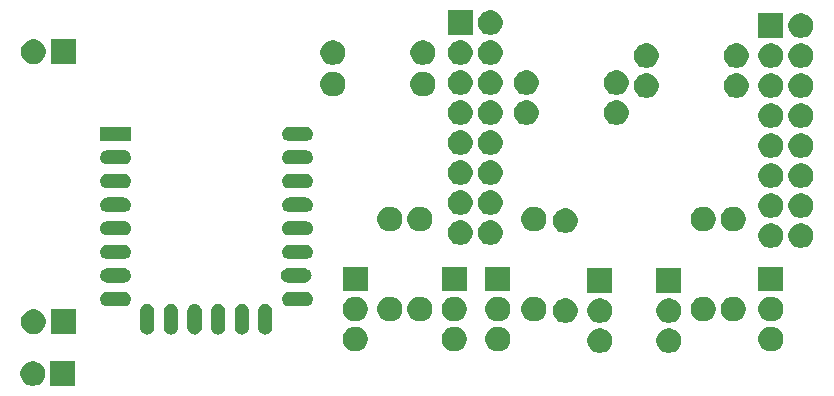
<source format=gbr>
G04 #@! TF.GenerationSoftware,KiCad,Pcbnew,(5.1.6)-1*
G04 #@! TF.CreationDate,2020-12-09T17:58:41+01:00*
G04 #@! TF.ProjectId,Rolety jadalnia x3,526f6c65-7479-4206-9a61-64616c6e6961,rev?*
G04 #@! TF.SameCoordinates,Original*
G04 #@! TF.FileFunction,Soldermask,Bot*
G04 #@! TF.FilePolarity,Negative*
%FSLAX46Y46*%
G04 Gerber Fmt 4.6, Leading zero omitted, Abs format (unit mm)*
G04 Created by KiCad (PCBNEW (5.1.6)-1) date 2020-12-09 17:58:41*
%MOMM*%
%LPD*%
G01*
G04 APERTURE LIST*
%ADD10C,0.100000*%
G04 APERTURE END LIST*
D10*
G36*
X40167000Y-54391000D02*
G01*
X38065000Y-54391000D01*
X38065000Y-52289000D01*
X40167000Y-52289000D01*
X40167000Y-54391000D01*
G37*
G36*
X36882564Y-52329389D02*
G01*
X37073833Y-52408615D01*
X37073835Y-52408616D01*
X37245973Y-52523635D01*
X37392365Y-52670027D01*
X37507385Y-52842167D01*
X37586611Y-53033436D01*
X37627000Y-53236484D01*
X37627000Y-53443516D01*
X37586611Y-53646564D01*
X37507385Y-53837833D01*
X37507384Y-53837835D01*
X37392365Y-54009973D01*
X37245973Y-54156365D01*
X37073835Y-54271384D01*
X37073834Y-54271385D01*
X37073833Y-54271385D01*
X36882564Y-54350611D01*
X36679516Y-54391000D01*
X36472484Y-54391000D01*
X36269436Y-54350611D01*
X36078167Y-54271385D01*
X36078166Y-54271385D01*
X36078165Y-54271384D01*
X35906027Y-54156365D01*
X35759635Y-54009973D01*
X35644616Y-53837835D01*
X35644615Y-53837833D01*
X35565389Y-53646564D01*
X35525000Y-53443516D01*
X35525000Y-53236484D01*
X35565389Y-53033436D01*
X35644615Y-52842167D01*
X35759635Y-52670027D01*
X35906027Y-52523635D01*
X36078165Y-52408616D01*
X36078167Y-52408615D01*
X36269436Y-52329389D01*
X36472484Y-52289000D01*
X36679516Y-52289000D01*
X36882564Y-52329389D01*
G37*
G36*
X84888564Y-49535389D02*
G01*
X85073457Y-49611974D01*
X85079835Y-49614616D01*
X85251973Y-49729635D01*
X85398365Y-49876027D01*
X85497441Y-50024304D01*
X85513385Y-50048167D01*
X85592611Y-50239436D01*
X85633000Y-50442484D01*
X85633000Y-50649516D01*
X85592611Y-50852564D01*
X85565990Y-50916833D01*
X85513384Y-51043835D01*
X85398365Y-51215973D01*
X85251973Y-51362365D01*
X85079835Y-51477384D01*
X85079834Y-51477385D01*
X85079833Y-51477385D01*
X84888564Y-51556611D01*
X84685516Y-51597000D01*
X84478484Y-51597000D01*
X84275436Y-51556611D01*
X84084167Y-51477385D01*
X84084166Y-51477385D01*
X84084165Y-51477384D01*
X83912027Y-51362365D01*
X83765635Y-51215973D01*
X83650616Y-51043835D01*
X83598010Y-50916833D01*
X83571389Y-50852564D01*
X83531000Y-50649516D01*
X83531000Y-50442484D01*
X83571389Y-50239436D01*
X83650615Y-50048167D01*
X83666560Y-50024304D01*
X83765635Y-49876027D01*
X83912027Y-49729635D01*
X84084165Y-49614616D01*
X84090543Y-49611974D01*
X84275436Y-49535389D01*
X84478484Y-49495000D01*
X84685516Y-49495000D01*
X84888564Y-49535389D01*
G37*
G36*
X90730564Y-49535389D02*
G01*
X90915457Y-49611974D01*
X90921835Y-49614616D01*
X91093973Y-49729635D01*
X91240365Y-49876027D01*
X91339441Y-50024304D01*
X91355385Y-50048167D01*
X91434611Y-50239436D01*
X91475000Y-50442484D01*
X91475000Y-50649516D01*
X91434611Y-50852564D01*
X91407990Y-50916833D01*
X91355384Y-51043835D01*
X91240365Y-51215973D01*
X91093973Y-51362365D01*
X90921835Y-51477384D01*
X90921834Y-51477385D01*
X90921833Y-51477385D01*
X90730564Y-51556611D01*
X90527516Y-51597000D01*
X90320484Y-51597000D01*
X90117436Y-51556611D01*
X89926167Y-51477385D01*
X89926166Y-51477385D01*
X89926165Y-51477384D01*
X89754027Y-51362365D01*
X89607635Y-51215973D01*
X89492616Y-51043835D01*
X89440010Y-50916833D01*
X89413389Y-50852564D01*
X89373000Y-50649516D01*
X89373000Y-50442484D01*
X89413389Y-50239436D01*
X89492615Y-50048167D01*
X89508560Y-50024304D01*
X89607635Y-49876027D01*
X89754027Y-49729635D01*
X89926165Y-49614616D01*
X89932543Y-49611974D01*
X90117436Y-49535389D01*
X90320484Y-49495000D01*
X90527516Y-49495000D01*
X90730564Y-49535389D01*
G37*
G36*
X99366564Y-49408389D02*
G01*
X99557833Y-49487615D01*
X99557835Y-49487616D01*
X99729973Y-49602635D01*
X99876365Y-49749027D01*
X99961224Y-49876027D01*
X99991385Y-49921167D01*
X100070611Y-50112436D01*
X100111000Y-50315484D01*
X100111000Y-50522516D01*
X100070611Y-50725564D01*
X99991385Y-50916833D01*
X99991384Y-50916835D01*
X99876365Y-51088973D01*
X99729973Y-51235365D01*
X99557835Y-51350384D01*
X99557834Y-51350385D01*
X99557833Y-51350385D01*
X99366564Y-51429611D01*
X99163516Y-51470000D01*
X98956484Y-51470000D01*
X98753436Y-51429611D01*
X98562167Y-51350385D01*
X98562166Y-51350385D01*
X98562165Y-51350384D01*
X98390027Y-51235365D01*
X98243635Y-51088973D01*
X98128616Y-50916835D01*
X98128615Y-50916833D01*
X98049389Y-50725564D01*
X98009000Y-50522516D01*
X98009000Y-50315484D01*
X98049389Y-50112436D01*
X98128615Y-49921167D01*
X98158777Y-49876027D01*
X98243635Y-49749027D01*
X98390027Y-49602635D01*
X98562165Y-49487616D01*
X98562167Y-49487615D01*
X98753436Y-49408389D01*
X98956484Y-49368000D01*
X99163516Y-49368000D01*
X99366564Y-49408389D01*
G37*
G36*
X64187564Y-49408389D02*
G01*
X64378833Y-49487615D01*
X64378835Y-49487616D01*
X64550973Y-49602635D01*
X64697365Y-49749027D01*
X64782224Y-49876027D01*
X64812385Y-49921167D01*
X64891611Y-50112436D01*
X64932000Y-50315484D01*
X64932000Y-50522516D01*
X64891611Y-50725564D01*
X64812385Y-50916833D01*
X64812384Y-50916835D01*
X64697365Y-51088973D01*
X64550973Y-51235365D01*
X64378835Y-51350384D01*
X64378834Y-51350385D01*
X64378833Y-51350385D01*
X64187564Y-51429611D01*
X63984516Y-51470000D01*
X63777484Y-51470000D01*
X63574436Y-51429611D01*
X63383167Y-51350385D01*
X63383166Y-51350385D01*
X63383165Y-51350384D01*
X63211027Y-51235365D01*
X63064635Y-51088973D01*
X62949616Y-50916835D01*
X62949615Y-50916833D01*
X62870389Y-50725564D01*
X62830000Y-50522516D01*
X62830000Y-50315484D01*
X62870389Y-50112436D01*
X62949615Y-49921167D01*
X62979777Y-49876027D01*
X63064635Y-49749027D01*
X63211027Y-49602635D01*
X63383165Y-49487616D01*
X63383167Y-49487615D01*
X63574436Y-49408389D01*
X63777484Y-49368000D01*
X63984516Y-49368000D01*
X64187564Y-49408389D01*
G37*
G36*
X72569564Y-49408389D02*
G01*
X72760833Y-49487615D01*
X72760835Y-49487616D01*
X72932973Y-49602635D01*
X73079365Y-49749027D01*
X73164224Y-49876027D01*
X73194385Y-49921167D01*
X73273611Y-50112436D01*
X73314000Y-50315484D01*
X73314000Y-50522516D01*
X73273611Y-50725564D01*
X73194385Y-50916833D01*
X73194384Y-50916835D01*
X73079365Y-51088973D01*
X72932973Y-51235365D01*
X72760835Y-51350384D01*
X72760834Y-51350385D01*
X72760833Y-51350385D01*
X72569564Y-51429611D01*
X72366516Y-51470000D01*
X72159484Y-51470000D01*
X71956436Y-51429611D01*
X71765167Y-51350385D01*
X71765166Y-51350385D01*
X71765165Y-51350384D01*
X71593027Y-51235365D01*
X71446635Y-51088973D01*
X71331616Y-50916835D01*
X71331615Y-50916833D01*
X71252389Y-50725564D01*
X71212000Y-50522516D01*
X71212000Y-50315484D01*
X71252389Y-50112436D01*
X71331615Y-49921167D01*
X71361777Y-49876027D01*
X71446635Y-49749027D01*
X71593027Y-49602635D01*
X71765165Y-49487616D01*
X71765167Y-49487615D01*
X71956436Y-49408389D01*
X72159484Y-49368000D01*
X72366516Y-49368000D01*
X72569564Y-49408389D01*
G37*
G36*
X76252564Y-49408389D02*
G01*
X76443833Y-49487615D01*
X76443835Y-49487616D01*
X76615973Y-49602635D01*
X76762365Y-49749027D01*
X76847224Y-49876027D01*
X76877385Y-49921167D01*
X76956611Y-50112436D01*
X76997000Y-50315484D01*
X76997000Y-50522516D01*
X76956611Y-50725564D01*
X76877385Y-50916833D01*
X76877384Y-50916835D01*
X76762365Y-51088973D01*
X76615973Y-51235365D01*
X76443835Y-51350384D01*
X76443834Y-51350385D01*
X76443833Y-51350385D01*
X76252564Y-51429611D01*
X76049516Y-51470000D01*
X75842484Y-51470000D01*
X75639436Y-51429611D01*
X75448167Y-51350385D01*
X75448166Y-51350385D01*
X75448165Y-51350384D01*
X75276027Y-51235365D01*
X75129635Y-51088973D01*
X75014616Y-50916835D01*
X75014615Y-50916833D01*
X74935389Y-50725564D01*
X74895000Y-50522516D01*
X74895000Y-50315484D01*
X74935389Y-50112436D01*
X75014615Y-49921167D01*
X75044777Y-49876027D01*
X75129635Y-49749027D01*
X75276027Y-49602635D01*
X75448165Y-49487616D01*
X75448167Y-49487615D01*
X75639436Y-49408389D01*
X75842484Y-49368000D01*
X76049516Y-49368000D01*
X76252564Y-49408389D01*
G37*
G36*
X50380818Y-47439697D02*
G01*
X50494105Y-47474063D01*
X50598512Y-47529870D01*
X50598514Y-47529871D01*
X50598513Y-47529871D01*
X50690028Y-47604974D01*
X50753712Y-47682573D01*
X50765132Y-47696489D01*
X50820939Y-47800896D01*
X50855305Y-47914183D01*
X50864001Y-48002482D01*
X50864001Y-49461520D01*
X50855305Y-49549819D01*
X50820939Y-49663106D01*
X50765132Y-49767513D01*
X50690028Y-49859028D01*
X50598513Y-49934132D01*
X50494106Y-49989939D01*
X50380819Y-50024305D01*
X50263001Y-50035908D01*
X50145184Y-50024305D01*
X50031897Y-49989939D01*
X49927490Y-49934132D01*
X49835975Y-49859028D01*
X49760871Y-49767513D01*
X49705064Y-49663106D01*
X49670698Y-49549819D01*
X49662002Y-49461520D01*
X49662001Y-48002483D01*
X49670697Y-47914184D01*
X49705063Y-47800897D01*
X49760870Y-47696490D01*
X49774339Y-47680078D01*
X49835974Y-47604974D01*
X49927488Y-47529871D01*
X49927487Y-47529871D01*
X49927489Y-47529870D01*
X50031896Y-47474063D01*
X50145183Y-47439697D01*
X50263001Y-47428094D01*
X50380818Y-47439697D01*
G37*
G36*
X46380818Y-47439697D02*
G01*
X46494105Y-47474063D01*
X46598512Y-47529870D01*
X46598514Y-47529871D01*
X46598513Y-47529871D01*
X46690028Y-47604974D01*
X46753712Y-47682573D01*
X46765132Y-47696489D01*
X46820939Y-47800896D01*
X46855305Y-47914183D01*
X46864001Y-48002482D01*
X46864001Y-49461520D01*
X46855305Y-49549819D01*
X46820939Y-49663106D01*
X46765132Y-49767513D01*
X46690028Y-49859028D01*
X46598513Y-49934132D01*
X46494106Y-49989939D01*
X46380819Y-50024305D01*
X46263001Y-50035908D01*
X46145184Y-50024305D01*
X46031897Y-49989939D01*
X45927490Y-49934132D01*
X45835975Y-49859028D01*
X45760871Y-49767513D01*
X45705064Y-49663106D01*
X45670698Y-49549819D01*
X45662002Y-49461520D01*
X45662001Y-48002483D01*
X45670697Y-47914184D01*
X45705063Y-47800897D01*
X45760870Y-47696490D01*
X45774339Y-47680078D01*
X45835974Y-47604974D01*
X45927488Y-47529871D01*
X45927487Y-47529871D01*
X45927489Y-47529870D01*
X46031896Y-47474063D01*
X46145183Y-47439697D01*
X46263001Y-47428094D01*
X46380818Y-47439697D01*
G37*
G36*
X48380818Y-47439697D02*
G01*
X48494105Y-47474063D01*
X48598512Y-47529870D01*
X48598514Y-47529871D01*
X48598513Y-47529871D01*
X48690028Y-47604974D01*
X48753712Y-47682573D01*
X48765132Y-47696489D01*
X48820939Y-47800896D01*
X48855305Y-47914183D01*
X48864001Y-48002482D01*
X48864001Y-49461520D01*
X48855305Y-49549819D01*
X48820939Y-49663106D01*
X48765132Y-49767513D01*
X48690028Y-49859028D01*
X48598513Y-49934132D01*
X48494106Y-49989939D01*
X48380819Y-50024305D01*
X48263001Y-50035908D01*
X48145184Y-50024305D01*
X48031897Y-49989939D01*
X47927490Y-49934132D01*
X47835975Y-49859028D01*
X47760871Y-49767513D01*
X47705064Y-49663106D01*
X47670698Y-49549819D01*
X47662002Y-49461520D01*
X47662001Y-48002483D01*
X47670697Y-47914184D01*
X47705063Y-47800897D01*
X47760870Y-47696490D01*
X47774339Y-47680078D01*
X47835974Y-47604974D01*
X47927488Y-47529871D01*
X47927487Y-47529871D01*
X47927489Y-47529870D01*
X48031896Y-47474063D01*
X48145183Y-47439697D01*
X48263001Y-47428094D01*
X48380818Y-47439697D01*
G37*
G36*
X54380818Y-47439697D02*
G01*
X54494105Y-47474063D01*
X54598512Y-47529870D01*
X54598514Y-47529871D01*
X54598513Y-47529871D01*
X54690028Y-47604974D01*
X54753712Y-47682573D01*
X54765132Y-47696489D01*
X54820939Y-47800896D01*
X54855305Y-47914183D01*
X54864001Y-48002482D01*
X54864001Y-49461520D01*
X54855305Y-49549819D01*
X54820939Y-49663106D01*
X54765132Y-49767513D01*
X54690028Y-49859028D01*
X54598513Y-49934132D01*
X54494106Y-49989939D01*
X54380819Y-50024305D01*
X54263001Y-50035908D01*
X54145184Y-50024305D01*
X54031897Y-49989939D01*
X53927490Y-49934132D01*
X53835975Y-49859028D01*
X53760871Y-49767513D01*
X53705064Y-49663106D01*
X53670698Y-49549819D01*
X53662002Y-49461520D01*
X53662001Y-48002483D01*
X53670697Y-47914184D01*
X53705063Y-47800897D01*
X53760870Y-47696490D01*
X53774339Y-47680078D01*
X53835974Y-47604974D01*
X53927488Y-47529871D01*
X53927487Y-47529871D01*
X53927489Y-47529870D01*
X54031896Y-47474063D01*
X54145183Y-47439697D01*
X54263001Y-47428094D01*
X54380818Y-47439697D01*
G37*
G36*
X52380818Y-47439697D02*
G01*
X52494105Y-47474063D01*
X52598512Y-47529870D01*
X52598514Y-47529871D01*
X52598513Y-47529871D01*
X52690028Y-47604974D01*
X52753712Y-47682573D01*
X52765132Y-47696489D01*
X52820939Y-47800896D01*
X52855305Y-47914183D01*
X52864001Y-48002482D01*
X52864001Y-49461520D01*
X52855305Y-49549819D01*
X52820939Y-49663106D01*
X52765132Y-49767513D01*
X52690028Y-49859028D01*
X52598513Y-49934132D01*
X52494106Y-49989939D01*
X52380819Y-50024305D01*
X52263001Y-50035908D01*
X52145184Y-50024305D01*
X52031897Y-49989939D01*
X51927490Y-49934132D01*
X51835975Y-49859028D01*
X51760871Y-49767513D01*
X51705064Y-49663106D01*
X51670698Y-49549819D01*
X51662002Y-49461520D01*
X51662001Y-48002483D01*
X51670697Y-47914184D01*
X51705063Y-47800897D01*
X51760870Y-47696490D01*
X51774339Y-47680078D01*
X51835974Y-47604974D01*
X51927488Y-47529871D01*
X51927487Y-47529871D01*
X51927489Y-47529870D01*
X52031896Y-47474063D01*
X52145183Y-47439697D01*
X52263001Y-47428094D01*
X52380818Y-47439697D01*
G37*
G36*
X56380818Y-47439697D02*
G01*
X56494105Y-47474063D01*
X56598512Y-47529870D01*
X56598514Y-47529871D01*
X56598513Y-47529871D01*
X56690028Y-47604974D01*
X56753712Y-47682573D01*
X56765132Y-47696489D01*
X56820939Y-47800896D01*
X56855305Y-47914183D01*
X56864001Y-48002482D01*
X56864001Y-49461520D01*
X56855305Y-49549819D01*
X56820939Y-49663106D01*
X56765132Y-49767513D01*
X56690028Y-49859028D01*
X56598513Y-49934132D01*
X56494106Y-49989939D01*
X56380819Y-50024305D01*
X56263001Y-50035908D01*
X56145184Y-50024305D01*
X56031897Y-49989939D01*
X55927490Y-49934132D01*
X55835975Y-49859028D01*
X55760871Y-49767513D01*
X55705064Y-49663106D01*
X55670698Y-49549819D01*
X55662002Y-49461520D01*
X55662001Y-48002483D01*
X55670697Y-47914184D01*
X55705063Y-47800897D01*
X55760870Y-47696490D01*
X55774339Y-47680078D01*
X55835974Y-47604974D01*
X55927488Y-47529871D01*
X55927487Y-47529871D01*
X55927489Y-47529870D01*
X56031896Y-47474063D01*
X56145183Y-47439697D01*
X56263001Y-47428094D01*
X56380818Y-47439697D01*
G37*
G36*
X40214001Y-49993001D02*
G01*
X38112001Y-49993001D01*
X38112001Y-47891001D01*
X40214001Y-47891001D01*
X40214001Y-49993001D01*
G37*
G36*
X36929565Y-47931390D02*
G01*
X37120834Y-48010616D01*
X37120836Y-48010617D01*
X37292974Y-48125636D01*
X37439366Y-48272028D01*
X37509395Y-48376833D01*
X37554386Y-48444168D01*
X37633612Y-48635437D01*
X37674001Y-48838485D01*
X37674001Y-49045517D01*
X37633612Y-49248565D01*
X37567411Y-49408389D01*
X37554385Y-49439836D01*
X37439366Y-49611974D01*
X37292974Y-49758366D01*
X37120836Y-49873385D01*
X37120835Y-49873386D01*
X37120834Y-49873386D01*
X36929565Y-49952612D01*
X36726517Y-49993001D01*
X36519485Y-49993001D01*
X36316437Y-49952612D01*
X36125168Y-49873386D01*
X36125167Y-49873386D01*
X36125166Y-49873385D01*
X35953028Y-49758366D01*
X35806636Y-49611974D01*
X35691617Y-49439836D01*
X35678591Y-49408389D01*
X35612390Y-49248565D01*
X35572001Y-49045517D01*
X35572001Y-48838485D01*
X35612390Y-48635437D01*
X35691616Y-48444168D01*
X35736608Y-48376833D01*
X35806636Y-48272028D01*
X35953028Y-48125636D01*
X36125166Y-48010617D01*
X36125168Y-48010616D01*
X36316437Y-47931390D01*
X36519485Y-47891001D01*
X36726517Y-47891001D01*
X36929565Y-47931390D01*
G37*
G36*
X84888564Y-46995389D02*
G01*
X85079833Y-47074615D01*
X85079835Y-47074616D01*
X85251973Y-47189635D01*
X85398365Y-47336027D01*
X85490598Y-47474063D01*
X85513385Y-47508167D01*
X85592611Y-47699436D01*
X85633000Y-47902484D01*
X85633000Y-48109516D01*
X85592611Y-48312564D01*
X85565990Y-48376833D01*
X85513384Y-48503835D01*
X85398365Y-48675973D01*
X85251973Y-48822365D01*
X85079835Y-48937384D01*
X85079834Y-48937385D01*
X85079833Y-48937385D01*
X84888564Y-49016611D01*
X84685516Y-49057000D01*
X84478484Y-49057000D01*
X84275436Y-49016611D01*
X84084167Y-48937385D01*
X84084166Y-48937385D01*
X84084165Y-48937384D01*
X83912027Y-48822365D01*
X83765635Y-48675973D01*
X83650616Y-48503835D01*
X83598010Y-48376833D01*
X83571389Y-48312564D01*
X83531000Y-48109516D01*
X83531000Y-47902484D01*
X83571389Y-47699436D01*
X83650615Y-47508167D01*
X83673403Y-47474063D01*
X83765635Y-47336027D01*
X83912027Y-47189635D01*
X84084165Y-47074616D01*
X84084167Y-47074615D01*
X84275436Y-46995389D01*
X84478484Y-46955000D01*
X84685516Y-46955000D01*
X84888564Y-46995389D01*
G37*
G36*
X90730564Y-46995389D02*
G01*
X90921833Y-47074615D01*
X90921835Y-47074616D01*
X91093973Y-47189635D01*
X91240365Y-47336027D01*
X91332598Y-47474063D01*
X91355385Y-47508167D01*
X91434611Y-47699436D01*
X91475000Y-47902484D01*
X91475000Y-48109516D01*
X91434611Y-48312564D01*
X91407990Y-48376833D01*
X91355384Y-48503835D01*
X91240365Y-48675973D01*
X91093973Y-48822365D01*
X90921835Y-48937384D01*
X90921834Y-48937385D01*
X90921833Y-48937385D01*
X90730564Y-49016611D01*
X90527516Y-49057000D01*
X90320484Y-49057000D01*
X90117436Y-49016611D01*
X89926167Y-48937385D01*
X89926166Y-48937385D01*
X89926165Y-48937384D01*
X89754027Y-48822365D01*
X89607635Y-48675973D01*
X89492616Y-48503835D01*
X89440010Y-48376833D01*
X89413389Y-48312564D01*
X89373000Y-48109516D01*
X89373000Y-47902484D01*
X89413389Y-47699436D01*
X89492615Y-47508167D01*
X89515403Y-47474063D01*
X89607635Y-47336027D01*
X89754027Y-47189635D01*
X89926165Y-47074616D01*
X89926167Y-47074615D01*
X90117436Y-46995389D01*
X90320484Y-46955000D01*
X90527516Y-46955000D01*
X90730564Y-46995389D01*
G37*
G36*
X81967564Y-46995389D02*
G01*
X82158833Y-47074615D01*
X82158835Y-47074616D01*
X82330973Y-47189635D01*
X82477365Y-47336027D01*
X82569598Y-47474063D01*
X82592385Y-47508167D01*
X82671611Y-47699436D01*
X82712000Y-47902484D01*
X82712000Y-48109516D01*
X82671611Y-48312564D01*
X82644990Y-48376833D01*
X82592384Y-48503835D01*
X82477365Y-48675973D01*
X82330973Y-48822365D01*
X82158835Y-48937384D01*
X82158834Y-48937385D01*
X82158833Y-48937385D01*
X81967564Y-49016611D01*
X81764516Y-49057000D01*
X81557484Y-49057000D01*
X81354436Y-49016611D01*
X81163167Y-48937385D01*
X81163166Y-48937385D01*
X81163165Y-48937384D01*
X80991027Y-48822365D01*
X80844635Y-48675973D01*
X80729616Y-48503835D01*
X80677010Y-48376833D01*
X80650389Y-48312564D01*
X80610000Y-48109516D01*
X80610000Y-47902484D01*
X80650389Y-47699436D01*
X80729615Y-47508167D01*
X80752403Y-47474063D01*
X80844635Y-47336027D01*
X80991027Y-47189635D01*
X81163165Y-47074616D01*
X81163167Y-47074615D01*
X81354436Y-46995389D01*
X81557484Y-46955000D01*
X81764516Y-46955000D01*
X81967564Y-46995389D01*
G37*
G36*
X93651564Y-46868389D02*
G01*
X93842833Y-46947615D01*
X93842835Y-46947616D01*
X94014973Y-47062635D01*
X94161365Y-47209027D01*
X94267263Y-47367514D01*
X94276385Y-47381167D01*
X94355611Y-47572436D01*
X94396000Y-47775484D01*
X94396000Y-47982516D01*
X94355611Y-48185564D01*
X94276385Y-48376833D01*
X94276384Y-48376835D01*
X94161365Y-48548973D01*
X94014973Y-48695365D01*
X93842835Y-48810384D01*
X93842834Y-48810385D01*
X93842833Y-48810385D01*
X93651564Y-48889611D01*
X93448516Y-48930000D01*
X93241484Y-48930000D01*
X93038436Y-48889611D01*
X92847167Y-48810385D01*
X92847166Y-48810385D01*
X92847165Y-48810384D01*
X92675027Y-48695365D01*
X92528635Y-48548973D01*
X92413616Y-48376835D01*
X92413615Y-48376833D01*
X92334389Y-48185564D01*
X92294000Y-47982516D01*
X92294000Y-47775484D01*
X92334389Y-47572436D01*
X92413615Y-47381167D01*
X92422738Y-47367514D01*
X92528635Y-47209027D01*
X92675027Y-47062635D01*
X92847165Y-46947616D01*
X92847167Y-46947615D01*
X93038436Y-46868389D01*
X93241484Y-46828000D01*
X93448516Y-46828000D01*
X93651564Y-46868389D01*
G37*
G36*
X96191564Y-46868389D02*
G01*
X96382833Y-46947615D01*
X96382835Y-46947616D01*
X96554973Y-47062635D01*
X96701365Y-47209027D01*
X96807263Y-47367514D01*
X96816385Y-47381167D01*
X96895611Y-47572436D01*
X96936000Y-47775484D01*
X96936000Y-47982516D01*
X96895611Y-48185564D01*
X96816385Y-48376833D01*
X96816384Y-48376835D01*
X96701365Y-48548973D01*
X96554973Y-48695365D01*
X96382835Y-48810384D01*
X96382834Y-48810385D01*
X96382833Y-48810385D01*
X96191564Y-48889611D01*
X95988516Y-48930000D01*
X95781484Y-48930000D01*
X95578436Y-48889611D01*
X95387167Y-48810385D01*
X95387166Y-48810385D01*
X95387165Y-48810384D01*
X95215027Y-48695365D01*
X95068635Y-48548973D01*
X94953616Y-48376835D01*
X94953615Y-48376833D01*
X94874389Y-48185564D01*
X94834000Y-47982516D01*
X94834000Y-47775484D01*
X94874389Y-47572436D01*
X94953615Y-47381167D01*
X94962738Y-47367514D01*
X95068635Y-47209027D01*
X95215027Y-47062635D01*
X95387165Y-46947616D01*
X95387167Y-46947615D01*
X95578436Y-46868389D01*
X95781484Y-46828000D01*
X95988516Y-46828000D01*
X96191564Y-46868389D01*
G37*
G36*
X79300564Y-46868389D02*
G01*
X79491833Y-46947615D01*
X79491835Y-46947616D01*
X79663973Y-47062635D01*
X79810365Y-47209027D01*
X79916263Y-47367514D01*
X79925385Y-47381167D01*
X80004611Y-47572436D01*
X80045000Y-47775484D01*
X80045000Y-47982516D01*
X80004611Y-48185564D01*
X79925385Y-48376833D01*
X79925384Y-48376835D01*
X79810365Y-48548973D01*
X79663973Y-48695365D01*
X79491835Y-48810384D01*
X79491834Y-48810385D01*
X79491833Y-48810385D01*
X79300564Y-48889611D01*
X79097516Y-48930000D01*
X78890484Y-48930000D01*
X78687436Y-48889611D01*
X78496167Y-48810385D01*
X78496166Y-48810385D01*
X78496165Y-48810384D01*
X78324027Y-48695365D01*
X78177635Y-48548973D01*
X78062616Y-48376835D01*
X78062615Y-48376833D01*
X77983389Y-48185564D01*
X77943000Y-47982516D01*
X77943000Y-47775484D01*
X77983389Y-47572436D01*
X78062615Y-47381167D01*
X78071738Y-47367514D01*
X78177635Y-47209027D01*
X78324027Y-47062635D01*
X78496165Y-46947616D01*
X78496167Y-46947615D01*
X78687436Y-46868389D01*
X78890484Y-46828000D01*
X79097516Y-46828000D01*
X79300564Y-46868389D01*
G37*
G36*
X76252564Y-46868389D02*
G01*
X76443833Y-46947615D01*
X76443835Y-46947616D01*
X76615973Y-47062635D01*
X76762365Y-47209027D01*
X76868263Y-47367514D01*
X76877385Y-47381167D01*
X76956611Y-47572436D01*
X76997000Y-47775484D01*
X76997000Y-47982516D01*
X76956611Y-48185564D01*
X76877385Y-48376833D01*
X76877384Y-48376835D01*
X76762365Y-48548973D01*
X76615973Y-48695365D01*
X76443835Y-48810384D01*
X76443834Y-48810385D01*
X76443833Y-48810385D01*
X76252564Y-48889611D01*
X76049516Y-48930000D01*
X75842484Y-48930000D01*
X75639436Y-48889611D01*
X75448167Y-48810385D01*
X75448166Y-48810385D01*
X75448165Y-48810384D01*
X75276027Y-48695365D01*
X75129635Y-48548973D01*
X75014616Y-48376835D01*
X75014615Y-48376833D01*
X74935389Y-48185564D01*
X74895000Y-47982516D01*
X74895000Y-47775484D01*
X74935389Y-47572436D01*
X75014615Y-47381167D01*
X75023738Y-47367514D01*
X75129635Y-47209027D01*
X75276027Y-47062635D01*
X75448165Y-46947616D01*
X75448167Y-46947615D01*
X75639436Y-46868389D01*
X75842484Y-46828000D01*
X76049516Y-46828000D01*
X76252564Y-46868389D01*
G37*
G36*
X69648564Y-46868389D02*
G01*
X69839833Y-46947615D01*
X69839835Y-46947616D01*
X70011973Y-47062635D01*
X70158365Y-47209027D01*
X70264263Y-47367514D01*
X70273385Y-47381167D01*
X70352611Y-47572436D01*
X70393000Y-47775484D01*
X70393000Y-47982516D01*
X70352611Y-48185564D01*
X70273385Y-48376833D01*
X70273384Y-48376835D01*
X70158365Y-48548973D01*
X70011973Y-48695365D01*
X69839835Y-48810384D01*
X69839834Y-48810385D01*
X69839833Y-48810385D01*
X69648564Y-48889611D01*
X69445516Y-48930000D01*
X69238484Y-48930000D01*
X69035436Y-48889611D01*
X68844167Y-48810385D01*
X68844166Y-48810385D01*
X68844165Y-48810384D01*
X68672027Y-48695365D01*
X68525635Y-48548973D01*
X68410616Y-48376835D01*
X68410615Y-48376833D01*
X68331389Y-48185564D01*
X68291000Y-47982516D01*
X68291000Y-47775484D01*
X68331389Y-47572436D01*
X68410615Y-47381167D01*
X68419738Y-47367514D01*
X68525635Y-47209027D01*
X68672027Y-47062635D01*
X68844165Y-46947616D01*
X68844167Y-46947615D01*
X69035436Y-46868389D01*
X69238484Y-46828000D01*
X69445516Y-46828000D01*
X69648564Y-46868389D01*
G37*
G36*
X67108564Y-46868389D02*
G01*
X67299833Y-46947615D01*
X67299835Y-46947616D01*
X67471973Y-47062635D01*
X67618365Y-47209027D01*
X67724263Y-47367514D01*
X67733385Y-47381167D01*
X67812611Y-47572436D01*
X67853000Y-47775484D01*
X67853000Y-47982516D01*
X67812611Y-48185564D01*
X67733385Y-48376833D01*
X67733384Y-48376835D01*
X67618365Y-48548973D01*
X67471973Y-48695365D01*
X67299835Y-48810384D01*
X67299834Y-48810385D01*
X67299833Y-48810385D01*
X67108564Y-48889611D01*
X66905516Y-48930000D01*
X66698484Y-48930000D01*
X66495436Y-48889611D01*
X66304167Y-48810385D01*
X66304166Y-48810385D01*
X66304165Y-48810384D01*
X66132027Y-48695365D01*
X65985635Y-48548973D01*
X65870616Y-48376835D01*
X65870615Y-48376833D01*
X65791389Y-48185564D01*
X65751000Y-47982516D01*
X65751000Y-47775484D01*
X65791389Y-47572436D01*
X65870615Y-47381167D01*
X65879738Y-47367514D01*
X65985635Y-47209027D01*
X66132027Y-47062635D01*
X66304165Y-46947616D01*
X66304167Y-46947615D01*
X66495436Y-46868389D01*
X66698484Y-46828000D01*
X66905516Y-46828000D01*
X67108564Y-46868389D01*
G37*
G36*
X64187564Y-46868389D02*
G01*
X64378833Y-46947615D01*
X64378835Y-46947616D01*
X64550973Y-47062635D01*
X64697365Y-47209027D01*
X64803263Y-47367514D01*
X64812385Y-47381167D01*
X64891611Y-47572436D01*
X64932000Y-47775484D01*
X64932000Y-47982516D01*
X64891611Y-48185564D01*
X64812385Y-48376833D01*
X64812384Y-48376835D01*
X64697365Y-48548973D01*
X64550973Y-48695365D01*
X64378835Y-48810384D01*
X64378834Y-48810385D01*
X64378833Y-48810385D01*
X64187564Y-48889611D01*
X63984516Y-48930000D01*
X63777484Y-48930000D01*
X63574436Y-48889611D01*
X63383167Y-48810385D01*
X63383166Y-48810385D01*
X63383165Y-48810384D01*
X63211027Y-48695365D01*
X63064635Y-48548973D01*
X62949616Y-48376835D01*
X62949615Y-48376833D01*
X62870389Y-48185564D01*
X62830000Y-47982516D01*
X62830000Y-47775484D01*
X62870389Y-47572436D01*
X62949615Y-47381167D01*
X62958738Y-47367514D01*
X63064635Y-47209027D01*
X63211027Y-47062635D01*
X63383165Y-46947616D01*
X63383167Y-46947615D01*
X63574436Y-46868389D01*
X63777484Y-46828000D01*
X63984516Y-46828000D01*
X64187564Y-46868389D01*
G37*
G36*
X72569564Y-46868389D02*
G01*
X72760833Y-46947615D01*
X72760835Y-46947616D01*
X72932973Y-47062635D01*
X73079365Y-47209027D01*
X73185263Y-47367514D01*
X73194385Y-47381167D01*
X73273611Y-47572436D01*
X73314000Y-47775484D01*
X73314000Y-47982516D01*
X73273611Y-48185564D01*
X73194385Y-48376833D01*
X73194384Y-48376835D01*
X73079365Y-48548973D01*
X72932973Y-48695365D01*
X72760835Y-48810384D01*
X72760834Y-48810385D01*
X72760833Y-48810385D01*
X72569564Y-48889611D01*
X72366516Y-48930000D01*
X72159484Y-48930000D01*
X71956436Y-48889611D01*
X71765167Y-48810385D01*
X71765166Y-48810385D01*
X71765165Y-48810384D01*
X71593027Y-48695365D01*
X71446635Y-48548973D01*
X71331616Y-48376835D01*
X71331615Y-48376833D01*
X71252389Y-48185564D01*
X71212000Y-47982516D01*
X71212000Y-47775484D01*
X71252389Y-47572436D01*
X71331615Y-47381167D01*
X71340738Y-47367514D01*
X71446635Y-47209027D01*
X71593027Y-47062635D01*
X71765165Y-46947616D01*
X71765167Y-46947615D01*
X71956436Y-46868389D01*
X72159484Y-46828000D01*
X72366516Y-46828000D01*
X72569564Y-46868389D01*
G37*
G36*
X99366564Y-46868389D02*
G01*
X99557833Y-46947615D01*
X99557835Y-46947616D01*
X99729973Y-47062635D01*
X99876365Y-47209027D01*
X99982263Y-47367514D01*
X99991385Y-47381167D01*
X100070611Y-47572436D01*
X100111000Y-47775484D01*
X100111000Y-47982516D01*
X100070611Y-48185564D01*
X99991385Y-48376833D01*
X99991384Y-48376835D01*
X99876365Y-48548973D01*
X99729973Y-48695365D01*
X99557835Y-48810384D01*
X99557834Y-48810385D01*
X99557833Y-48810385D01*
X99366564Y-48889611D01*
X99163516Y-48930000D01*
X98956484Y-48930000D01*
X98753436Y-48889611D01*
X98562167Y-48810385D01*
X98562166Y-48810385D01*
X98562165Y-48810384D01*
X98390027Y-48695365D01*
X98243635Y-48548973D01*
X98128616Y-48376835D01*
X98128615Y-48376833D01*
X98049389Y-48185564D01*
X98009000Y-47982516D01*
X98009000Y-47775484D01*
X98049389Y-47572436D01*
X98128615Y-47381167D01*
X98137738Y-47367514D01*
X98243635Y-47209027D01*
X98390027Y-47062635D01*
X98562165Y-46947616D01*
X98562167Y-46947615D01*
X98753436Y-46868389D01*
X98956484Y-46828000D01*
X99163516Y-46828000D01*
X99366564Y-46868389D01*
G37*
G36*
X59790819Y-46439697D02*
G01*
X59904106Y-46474063D01*
X60008513Y-46529870D01*
X60100028Y-46604974D01*
X60175132Y-46696489D01*
X60230939Y-46800896D01*
X60265305Y-46914183D01*
X60276908Y-47032001D01*
X60265305Y-47149819D01*
X60230939Y-47263106D01*
X60175132Y-47367513D01*
X60100028Y-47459028D01*
X60008513Y-47534132D01*
X59904106Y-47589939D01*
X59790819Y-47624305D01*
X59702520Y-47633001D01*
X58243482Y-47633001D01*
X58155183Y-47624305D01*
X58041896Y-47589939D01*
X57937489Y-47534132D01*
X57845974Y-47459028D01*
X57770870Y-47367513D01*
X57715063Y-47263106D01*
X57680697Y-47149819D01*
X57669094Y-47032001D01*
X57680697Y-46914183D01*
X57715063Y-46800896D01*
X57770870Y-46696489D01*
X57845974Y-46604974D01*
X57937489Y-46529870D01*
X58041896Y-46474063D01*
X58155183Y-46439697D01*
X58243482Y-46431001D01*
X59702520Y-46431001D01*
X59790819Y-46439697D01*
G37*
G36*
X44390819Y-46439697D02*
G01*
X44504106Y-46474063D01*
X44608513Y-46529870D01*
X44700028Y-46604974D01*
X44775132Y-46696489D01*
X44830939Y-46800896D01*
X44865305Y-46914183D01*
X44876908Y-47032001D01*
X44865305Y-47149819D01*
X44830939Y-47263106D01*
X44775132Y-47367513D01*
X44700028Y-47459028D01*
X44608513Y-47534132D01*
X44504106Y-47589939D01*
X44390819Y-47624305D01*
X44302520Y-47633001D01*
X42843482Y-47633001D01*
X42755183Y-47624305D01*
X42641896Y-47589939D01*
X42537489Y-47534132D01*
X42445974Y-47459028D01*
X42370870Y-47367513D01*
X42315063Y-47263106D01*
X42280697Y-47149819D01*
X42269094Y-47032001D01*
X42280697Y-46914183D01*
X42315063Y-46800896D01*
X42370870Y-46696489D01*
X42445974Y-46604974D01*
X42537489Y-46529870D01*
X42641896Y-46474063D01*
X42755183Y-46439697D01*
X42843482Y-46431001D01*
X44302520Y-46431001D01*
X44390819Y-46439697D01*
G37*
G36*
X91475000Y-46517000D02*
G01*
X89373000Y-46517000D01*
X89373000Y-44415000D01*
X91475000Y-44415000D01*
X91475000Y-46517000D01*
G37*
G36*
X85633000Y-46517000D02*
G01*
X83531000Y-46517000D01*
X83531000Y-44415000D01*
X85633000Y-44415000D01*
X85633000Y-46517000D01*
G37*
G36*
X76997000Y-46390000D02*
G01*
X74895000Y-46390000D01*
X74895000Y-44288000D01*
X76997000Y-44288000D01*
X76997000Y-46390000D01*
G37*
G36*
X100111000Y-46390000D02*
G01*
X98009000Y-46390000D01*
X98009000Y-44288000D01*
X100111000Y-44288000D01*
X100111000Y-46390000D01*
G37*
G36*
X73314000Y-46390000D02*
G01*
X71212000Y-46390000D01*
X71212000Y-44288000D01*
X73314000Y-44288000D01*
X73314000Y-46390000D01*
G37*
G36*
X64932000Y-46390000D02*
G01*
X62830000Y-46390000D01*
X62830000Y-44288000D01*
X64932000Y-44288000D01*
X64932000Y-46390000D01*
G37*
G36*
X59690819Y-44439697D02*
G01*
X59804106Y-44474063D01*
X59908513Y-44529870D01*
X60000028Y-44604974D01*
X60075132Y-44696489D01*
X60130939Y-44800896D01*
X60165305Y-44914183D01*
X60176908Y-45032001D01*
X60165305Y-45149819D01*
X60130939Y-45263106D01*
X60075132Y-45367513D01*
X60000028Y-45459028D01*
X59908513Y-45534132D01*
X59804106Y-45589939D01*
X59690819Y-45624305D01*
X59602520Y-45633001D01*
X58143482Y-45633001D01*
X58055183Y-45624305D01*
X57941896Y-45589939D01*
X57837489Y-45534132D01*
X57745974Y-45459028D01*
X57670870Y-45367513D01*
X57615063Y-45263106D01*
X57580697Y-45149819D01*
X57569094Y-45032001D01*
X57580697Y-44914183D01*
X57615063Y-44800896D01*
X57670870Y-44696489D01*
X57745974Y-44604974D01*
X57837489Y-44529870D01*
X57941896Y-44474063D01*
X58055183Y-44439697D01*
X58143482Y-44431001D01*
X59602520Y-44431001D01*
X59690819Y-44439697D01*
G37*
G36*
X44390819Y-44439697D02*
G01*
X44504106Y-44474063D01*
X44608513Y-44529870D01*
X44700028Y-44604974D01*
X44775132Y-44696489D01*
X44830939Y-44800896D01*
X44865305Y-44914183D01*
X44876908Y-45032001D01*
X44865305Y-45149819D01*
X44830939Y-45263106D01*
X44775132Y-45367513D01*
X44700028Y-45459028D01*
X44608513Y-45534132D01*
X44504106Y-45589939D01*
X44390819Y-45624305D01*
X44302520Y-45633001D01*
X42843482Y-45633001D01*
X42755183Y-45624305D01*
X42641896Y-45589939D01*
X42537489Y-45534132D01*
X42445974Y-45459028D01*
X42370870Y-45367513D01*
X42315063Y-45263106D01*
X42280697Y-45149819D01*
X42269094Y-45032001D01*
X42280697Y-44914183D01*
X42315063Y-44800896D01*
X42370870Y-44696489D01*
X42445974Y-44604974D01*
X42537489Y-44529870D01*
X42641896Y-44474063D01*
X42755183Y-44439697D01*
X42843482Y-44431001D01*
X44302520Y-44431001D01*
X44390819Y-44439697D01*
G37*
G36*
X59790819Y-42439697D02*
G01*
X59904106Y-42474063D01*
X60008513Y-42529870D01*
X60100028Y-42604974D01*
X60175132Y-42696489D01*
X60230939Y-42800896D01*
X60265305Y-42914183D01*
X60276908Y-43032001D01*
X60265305Y-43149819D01*
X60230939Y-43263106D01*
X60175132Y-43367513D01*
X60100028Y-43459028D01*
X60008513Y-43534132D01*
X59904106Y-43589939D01*
X59790819Y-43624305D01*
X59702520Y-43633001D01*
X58243482Y-43633001D01*
X58155183Y-43624305D01*
X58041896Y-43589939D01*
X57937489Y-43534132D01*
X57845974Y-43459028D01*
X57770870Y-43367513D01*
X57715063Y-43263106D01*
X57680697Y-43149819D01*
X57669094Y-43032001D01*
X57680697Y-42914183D01*
X57715063Y-42800896D01*
X57770870Y-42696489D01*
X57845974Y-42604974D01*
X57937489Y-42529870D01*
X58041896Y-42474063D01*
X58155183Y-42439697D01*
X58243482Y-42431001D01*
X59702520Y-42431001D01*
X59790819Y-42439697D01*
G37*
G36*
X44390819Y-42439697D02*
G01*
X44504106Y-42474063D01*
X44608513Y-42529870D01*
X44700028Y-42604974D01*
X44775132Y-42696489D01*
X44830939Y-42800896D01*
X44865305Y-42914183D01*
X44876908Y-43032001D01*
X44865305Y-43149819D01*
X44830939Y-43263106D01*
X44775132Y-43367513D01*
X44700028Y-43459028D01*
X44608513Y-43534132D01*
X44504106Y-43589939D01*
X44390819Y-43624305D01*
X44302520Y-43633001D01*
X42843482Y-43633001D01*
X42755183Y-43624305D01*
X42641896Y-43589939D01*
X42537489Y-43534132D01*
X42445974Y-43459028D01*
X42370870Y-43367513D01*
X42315063Y-43263106D01*
X42280697Y-43149819D01*
X42269094Y-43032001D01*
X42280697Y-42914183D01*
X42315063Y-42800896D01*
X42370870Y-42696489D01*
X42445974Y-42604974D01*
X42537489Y-42529870D01*
X42641896Y-42474063D01*
X42755183Y-42439697D01*
X42843482Y-42431001D01*
X44302520Y-42431001D01*
X44390819Y-42439697D01*
G37*
G36*
X101906564Y-40645389D02*
G01*
X102097833Y-40724615D01*
X102097835Y-40724616D01*
X102108926Y-40732027D01*
X102269973Y-40839635D01*
X102416365Y-40986027D01*
X102531385Y-41158167D01*
X102610611Y-41349436D01*
X102651000Y-41552484D01*
X102651000Y-41759516D01*
X102610611Y-41962564D01*
X102565292Y-42071973D01*
X102531384Y-42153835D01*
X102416365Y-42325973D01*
X102269973Y-42472365D01*
X102097835Y-42587384D01*
X102097834Y-42587385D01*
X102097833Y-42587385D01*
X101906564Y-42666611D01*
X101703516Y-42707000D01*
X101496484Y-42707000D01*
X101293436Y-42666611D01*
X101102167Y-42587385D01*
X101102166Y-42587385D01*
X101102165Y-42587384D01*
X100930027Y-42472365D01*
X100783635Y-42325973D01*
X100668616Y-42153835D01*
X100634708Y-42071973D01*
X100589389Y-41962564D01*
X100549000Y-41759516D01*
X100549000Y-41552484D01*
X100589389Y-41349436D01*
X100668615Y-41158167D01*
X100783635Y-40986027D01*
X100930027Y-40839635D01*
X101091074Y-40732027D01*
X101102165Y-40724616D01*
X101102167Y-40724615D01*
X101293436Y-40645389D01*
X101496484Y-40605000D01*
X101703516Y-40605000D01*
X101906564Y-40645389D01*
G37*
G36*
X99366564Y-40645389D02*
G01*
X99557833Y-40724615D01*
X99557835Y-40724616D01*
X99568926Y-40732027D01*
X99729973Y-40839635D01*
X99876365Y-40986027D01*
X99991385Y-41158167D01*
X100070611Y-41349436D01*
X100111000Y-41552484D01*
X100111000Y-41759516D01*
X100070611Y-41962564D01*
X100025292Y-42071973D01*
X99991384Y-42153835D01*
X99876365Y-42325973D01*
X99729973Y-42472365D01*
X99557835Y-42587384D01*
X99557834Y-42587385D01*
X99557833Y-42587385D01*
X99366564Y-42666611D01*
X99163516Y-42707000D01*
X98956484Y-42707000D01*
X98753436Y-42666611D01*
X98562167Y-42587385D01*
X98562166Y-42587385D01*
X98562165Y-42587384D01*
X98390027Y-42472365D01*
X98243635Y-42325973D01*
X98128616Y-42153835D01*
X98094708Y-42071973D01*
X98049389Y-41962564D01*
X98009000Y-41759516D01*
X98009000Y-41552484D01*
X98049389Y-41349436D01*
X98128615Y-41158167D01*
X98243635Y-40986027D01*
X98390027Y-40839635D01*
X98551074Y-40732027D01*
X98562165Y-40724616D01*
X98562167Y-40724615D01*
X98753436Y-40645389D01*
X98956484Y-40605000D01*
X99163516Y-40605000D01*
X99366564Y-40645389D01*
G37*
G36*
X75617564Y-40391389D02*
G01*
X75808833Y-40470615D01*
X75808835Y-40470616D01*
X75980973Y-40585635D01*
X76127365Y-40732027D01*
X76228799Y-40883833D01*
X76242385Y-40904167D01*
X76321611Y-41095436D01*
X76362000Y-41298484D01*
X76362000Y-41505516D01*
X76321611Y-41708564D01*
X76300506Y-41759516D01*
X76242384Y-41899835D01*
X76127365Y-42071973D01*
X75980973Y-42218365D01*
X75808835Y-42333384D01*
X75808834Y-42333385D01*
X75808833Y-42333385D01*
X75617564Y-42412611D01*
X75414516Y-42453000D01*
X75207484Y-42453000D01*
X75004436Y-42412611D01*
X74813167Y-42333385D01*
X74813166Y-42333385D01*
X74813165Y-42333384D01*
X74641027Y-42218365D01*
X74494635Y-42071973D01*
X74379616Y-41899835D01*
X74321494Y-41759516D01*
X74300389Y-41708564D01*
X74260000Y-41505516D01*
X74260000Y-41298484D01*
X74300389Y-41095436D01*
X74379615Y-40904167D01*
X74393202Y-40883833D01*
X74494635Y-40732027D01*
X74641027Y-40585635D01*
X74813165Y-40470616D01*
X74813167Y-40470615D01*
X75004436Y-40391389D01*
X75207484Y-40351000D01*
X75414516Y-40351000D01*
X75617564Y-40391389D01*
G37*
G36*
X73077564Y-40391389D02*
G01*
X73268833Y-40470615D01*
X73268835Y-40470616D01*
X73440973Y-40585635D01*
X73587365Y-40732027D01*
X73688799Y-40883833D01*
X73702385Y-40904167D01*
X73781611Y-41095436D01*
X73822000Y-41298484D01*
X73822000Y-41505516D01*
X73781611Y-41708564D01*
X73760506Y-41759516D01*
X73702384Y-41899835D01*
X73587365Y-42071973D01*
X73440973Y-42218365D01*
X73268835Y-42333384D01*
X73268834Y-42333385D01*
X73268833Y-42333385D01*
X73077564Y-42412611D01*
X72874516Y-42453000D01*
X72667484Y-42453000D01*
X72464436Y-42412611D01*
X72273167Y-42333385D01*
X72273166Y-42333385D01*
X72273165Y-42333384D01*
X72101027Y-42218365D01*
X71954635Y-42071973D01*
X71839616Y-41899835D01*
X71781494Y-41759516D01*
X71760389Y-41708564D01*
X71720000Y-41505516D01*
X71720000Y-41298484D01*
X71760389Y-41095436D01*
X71839615Y-40904167D01*
X71853202Y-40883833D01*
X71954635Y-40732027D01*
X72101027Y-40585635D01*
X72273165Y-40470616D01*
X72273167Y-40470615D01*
X72464436Y-40391389D01*
X72667484Y-40351000D01*
X72874516Y-40351000D01*
X73077564Y-40391389D01*
G37*
G36*
X44390819Y-40439697D02*
G01*
X44504106Y-40474063D01*
X44608513Y-40529870D01*
X44700028Y-40604974D01*
X44775132Y-40696489D01*
X44830939Y-40800896D01*
X44865305Y-40914183D01*
X44876908Y-41032001D01*
X44865305Y-41149819D01*
X44830939Y-41263106D01*
X44775132Y-41367513D01*
X44700028Y-41459028D01*
X44608513Y-41534132D01*
X44504106Y-41589939D01*
X44390819Y-41624305D01*
X44302520Y-41633001D01*
X42843482Y-41633001D01*
X42755183Y-41624305D01*
X42641896Y-41589939D01*
X42537489Y-41534132D01*
X42445974Y-41459028D01*
X42370870Y-41367513D01*
X42315063Y-41263106D01*
X42280697Y-41149819D01*
X42269094Y-41032001D01*
X42280697Y-40914183D01*
X42315063Y-40800896D01*
X42370870Y-40696489D01*
X42445974Y-40604974D01*
X42537489Y-40529870D01*
X42641896Y-40474063D01*
X42755183Y-40439697D01*
X42843482Y-40431001D01*
X44302520Y-40431001D01*
X44390819Y-40439697D01*
G37*
G36*
X59790819Y-40439697D02*
G01*
X59904106Y-40474063D01*
X60008513Y-40529870D01*
X60100028Y-40604974D01*
X60175132Y-40696489D01*
X60230939Y-40800896D01*
X60265305Y-40914183D01*
X60276908Y-41032001D01*
X60265305Y-41149819D01*
X60230939Y-41263106D01*
X60175132Y-41367513D01*
X60100028Y-41459028D01*
X60008513Y-41534132D01*
X59904106Y-41589939D01*
X59790819Y-41624305D01*
X59702520Y-41633001D01*
X58243482Y-41633001D01*
X58155183Y-41624305D01*
X58041896Y-41589939D01*
X57937489Y-41534132D01*
X57845974Y-41459028D01*
X57770870Y-41367513D01*
X57715063Y-41263106D01*
X57680697Y-41149819D01*
X57669094Y-41032001D01*
X57680697Y-40914183D01*
X57715063Y-40800896D01*
X57770870Y-40696489D01*
X57845974Y-40604974D01*
X57937489Y-40529870D01*
X58041896Y-40474063D01*
X58155183Y-40439697D01*
X58243482Y-40431001D01*
X59702520Y-40431001D01*
X59790819Y-40439697D01*
G37*
G36*
X81967564Y-39375389D02*
G01*
X82158833Y-39454615D01*
X82158835Y-39454616D01*
X82277839Y-39534132D01*
X82330973Y-39569635D01*
X82477365Y-39716027D01*
X82592385Y-39888167D01*
X82671611Y-40079436D01*
X82712000Y-40282484D01*
X82712000Y-40489516D01*
X82671611Y-40692564D01*
X82610692Y-40839635D01*
X82592384Y-40883835D01*
X82477365Y-41055973D01*
X82330973Y-41202365D01*
X82158835Y-41317384D01*
X82158834Y-41317385D01*
X82158833Y-41317385D01*
X81967564Y-41396611D01*
X81764516Y-41437000D01*
X81557484Y-41437000D01*
X81354436Y-41396611D01*
X81163167Y-41317385D01*
X81163166Y-41317385D01*
X81163165Y-41317384D01*
X80991027Y-41202365D01*
X80844635Y-41055973D01*
X80729616Y-40883835D01*
X80711308Y-40839635D01*
X80650389Y-40692564D01*
X80610000Y-40489516D01*
X80610000Y-40282484D01*
X80650389Y-40079436D01*
X80729615Y-39888167D01*
X80844635Y-39716027D01*
X80991027Y-39569635D01*
X81044161Y-39534132D01*
X81163165Y-39454616D01*
X81163167Y-39454615D01*
X81354436Y-39375389D01*
X81557484Y-39335000D01*
X81764516Y-39335000D01*
X81967564Y-39375389D01*
G37*
G36*
X67108564Y-39248389D02*
G01*
X67299833Y-39327615D01*
X67299835Y-39327616D01*
X67471973Y-39442635D01*
X67618365Y-39589027D01*
X67703224Y-39716027D01*
X67733385Y-39761167D01*
X67812611Y-39952436D01*
X67853000Y-40155484D01*
X67853000Y-40362516D01*
X67812611Y-40565564D01*
X67743660Y-40732027D01*
X67733384Y-40756835D01*
X67618365Y-40928973D01*
X67471973Y-41075365D01*
X67299835Y-41190384D01*
X67299834Y-41190385D01*
X67299833Y-41190385D01*
X67108564Y-41269611D01*
X66905516Y-41310000D01*
X66698484Y-41310000D01*
X66495436Y-41269611D01*
X66304167Y-41190385D01*
X66304166Y-41190385D01*
X66304165Y-41190384D01*
X66132027Y-41075365D01*
X65985635Y-40928973D01*
X65870616Y-40756835D01*
X65860340Y-40732027D01*
X65791389Y-40565564D01*
X65751000Y-40362516D01*
X65751000Y-40155484D01*
X65791389Y-39952436D01*
X65870615Y-39761167D01*
X65900777Y-39716027D01*
X65985635Y-39589027D01*
X66132027Y-39442635D01*
X66304165Y-39327616D01*
X66304167Y-39327615D01*
X66495436Y-39248389D01*
X66698484Y-39208000D01*
X66905516Y-39208000D01*
X67108564Y-39248389D01*
G37*
G36*
X79300564Y-39248389D02*
G01*
X79491833Y-39327615D01*
X79491835Y-39327616D01*
X79663973Y-39442635D01*
X79810365Y-39589027D01*
X79895224Y-39716027D01*
X79925385Y-39761167D01*
X80004611Y-39952436D01*
X80045000Y-40155484D01*
X80045000Y-40362516D01*
X80004611Y-40565564D01*
X79935660Y-40732027D01*
X79925384Y-40756835D01*
X79810365Y-40928973D01*
X79663973Y-41075365D01*
X79491835Y-41190384D01*
X79491834Y-41190385D01*
X79491833Y-41190385D01*
X79300564Y-41269611D01*
X79097516Y-41310000D01*
X78890484Y-41310000D01*
X78687436Y-41269611D01*
X78496167Y-41190385D01*
X78496166Y-41190385D01*
X78496165Y-41190384D01*
X78324027Y-41075365D01*
X78177635Y-40928973D01*
X78062616Y-40756835D01*
X78052340Y-40732027D01*
X77983389Y-40565564D01*
X77943000Y-40362516D01*
X77943000Y-40155484D01*
X77983389Y-39952436D01*
X78062615Y-39761167D01*
X78092777Y-39716027D01*
X78177635Y-39589027D01*
X78324027Y-39442635D01*
X78496165Y-39327616D01*
X78496167Y-39327615D01*
X78687436Y-39248389D01*
X78890484Y-39208000D01*
X79097516Y-39208000D01*
X79300564Y-39248389D01*
G37*
G36*
X69648564Y-39248389D02*
G01*
X69839833Y-39327615D01*
X69839835Y-39327616D01*
X70011973Y-39442635D01*
X70158365Y-39589027D01*
X70243224Y-39716027D01*
X70273385Y-39761167D01*
X70352611Y-39952436D01*
X70393000Y-40155484D01*
X70393000Y-40362516D01*
X70352611Y-40565564D01*
X70283660Y-40732027D01*
X70273384Y-40756835D01*
X70158365Y-40928973D01*
X70011973Y-41075365D01*
X69839835Y-41190384D01*
X69839834Y-41190385D01*
X69839833Y-41190385D01*
X69648564Y-41269611D01*
X69445516Y-41310000D01*
X69238484Y-41310000D01*
X69035436Y-41269611D01*
X68844167Y-41190385D01*
X68844166Y-41190385D01*
X68844165Y-41190384D01*
X68672027Y-41075365D01*
X68525635Y-40928973D01*
X68410616Y-40756835D01*
X68400340Y-40732027D01*
X68331389Y-40565564D01*
X68291000Y-40362516D01*
X68291000Y-40155484D01*
X68331389Y-39952436D01*
X68410615Y-39761167D01*
X68440777Y-39716027D01*
X68525635Y-39589027D01*
X68672027Y-39442635D01*
X68844165Y-39327616D01*
X68844167Y-39327615D01*
X69035436Y-39248389D01*
X69238484Y-39208000D01*
X69445516Y-39208000D01*
X69648564Y-39248389D01*
G37*
G36*
X96191564Y-39248389D02*
G01*
X96382833Y-39327615D01*
X96382835Y-39327616D01*
X96554973Y-39442635D01*
X96701365Y-39589027D01*
X96786224Y-39716027D01*
X96816385Y-39761167D01*
X96895611Y-39952436D01*
X96936000Y-40155484D01*
X96936000Y-40362516D01*
X96895611Y-40565564D01*
X96826660Y-40732027D01*
X96816384Y-40756835D01*
X96701365Y-40928973D01*
X96554973Y-41075365D01*
X96382835Y-41190384D01*
X96382834Y-41190385D01*
X96382833Y-41190385D01*
X96191564Y-41269611D01*
X95988516Y-41310000D01*
X95781484Y-41310000D01*
X95578436Y-41269611D01*
X95387167Y-41190385D01*
X95387166Y-41190385D01*
X95387165Y-41190384D01*
X95215027Y-41075365D01*
X95068635Y-40928973D01*
X94953616Y-40756835D01*
X94943340Y-40732027D01*
X94874389Y-40565564D01*
X94834000Y-40362516D01*
X94834000Y-40155484D01*
X94874389Y-39952436D01*
X94953615Y-39761167D01*
X94983777Y-39716027D01*
X95068635Y-39589027D01*
X95215027Y-39442635D01*
X95387165Y-39327616D01*
X95387167Y-39327615D01*
X95578436Y-39248389D01*
X95781484Y-39208000D01*
X95988516Y-39208000D01*
X96191564Y-39248389D01*
G37*
G36*
X93651564Y-39248389D02*
G01*
X93842833Y-39327615D01*
X93842835Y-39327616D01*
X94014973Y-39442635D01*
X94161365Y-39589027D01*
X94246224Y-39716027D01*
X94276385Y-39761167D01*
X94355611Y-39952436D01*
X94396000Y-40155484D01*
X94396000Y-40362516D01*
X94355611Y-40565564D01*
X94286660Y-40732027D01*
X94276384Y-40756835D01*
X94161365Y-40928973D01*
X94014973Y-41075365D01*
X93842835Y-41190384D01*
X93842834Y-41190385D01*
X93842833Y-41190385D01*
X93651564Y-41269611D01*
X93448516Y-41310000D01*
X93241484Y-41310000D01*
X93038436Y-41269611D01*
X92847167Y-41190385D01*
X92847166Y-41190385D01*
X92847165Y-41190384D01*
X92675027Y-41075365D01*
X92528635Y-40928973D01*
X92413616Y-40756835D01*
X92403340Y-40732027D01*
X92334389Y-40565564D01*
X92294000Y-40362516D01*
X92294000Y-40155484D01*
X92334389Y-39952436D01*
X92413615Y-39761167D01*
X92443777Y-39716027D01*
X92528635Y-39589027D01*
X92675027Y-39442635D01*
X92847165Y-39327616D01*
X92847167Y-39327615D01*
X93038436Y-39248389D01*
X93241484Y-39208000D01*
X93448516Y-39208000D01*
X93651564Y-39248389D01*
G37*
G36*
X101906564Y-38105389D02*
G01*
X102097833Y-38184615D01*
X102097835Y-38184616D01*
X102108926Y-38192027D01*
X102269973Y-38299635D01*
X102416365Y-38446027D01*
X102531385Y-38618167D01*
X102610611Y-38809436D01*
X102651000Y-39012484D01*
X102651000Y-39219516D01*
X102610611Y-39422564D01*
X102541282Y-39589939D01*
X102531384Y-39613835D01*
X102416365Y-39785973D01*
X102269973Y-39932365D01*
X102097835Y-40047384D01*
X102097834Y-40047385D01*
X102097833Y-40047385D01*
X101906564Y-40126611D01*
X101703516Y-40167000D01*
X101496484Y-40167000D01*
X101293436Y-40126611D01*
X101102167Y-40047385D01*
X101102166Y-40047385D01*
X101102165Y-40047384D01*
X100930027Y-39932365D01*
X100783635Y-39785973D01*
X100668616Y-39613835D01*
X100658718Y-39589939D01*
X100589389Y-39422564D01*
X100549000Y-39219516D01*
X100549000Y-39012484D01*
X100589389Y-38809436D01*
X100668615Y-38618167D01*
X100783635Y-38446027D01*
X100930027Y-38299635D01*
X101091074Y-38192027D01*
X101102165Y-38184616D01*
X101102167Y-38184615D01*
X101293436Y-38105389D01*
X101496484Y-38065000D01*
X101703516Y-38065000D01*
X101906564Y-38105389D01*
G37*
G36*
X99366564Y-38105389D02*
G01*
X99557833Y-38184615D01*
X99557835Y-38184616D01*
X99568926Y-38192027D01*
X99729973Y-38299635D01*
X99876365Y-38446027D01*
X99991385Y-38618167D01*
X100070611Y-38809436D01*
X100111000Y-39012484D01*
X100111000Y-39219516D01*
X100070611Y-39422564D01*
X100001282Y-39589939D01*
X99991384Y-39613835D01*
X99876365Y-39785973D01*
X99729973Y-39932365D01*
X99557835Y-40047384D01*
X99557834Y-40047385D01*
X99557833Y-40047385D01*
X99366564Y-40126611D01*
X99163516Y-40167000D01*
X98956484Y-40167000D01*
X98753436Y-40126611D01*
X98562167Y-40047385D01*
X98562166Y-40047385D01*
X98562165Y-40047384D01*
X98390027Y-39932365D01*
X98243635Y-39785973D01*
X98128616Y-39613835D01*
X98118718Y-39589939D01*
X98049389Y-39422564D01*
X98009000Y-39219516D01*
X98009000Y-39012484D01*
X98049389Y-38809436D01*
X98128615Y-38618167D01*
X98243635Y-38446027D01*
X98390027Y-38299635D01*
X98551074Y-38192027D01*
X98562165Y-38184616D01*
X98562167Y-38184615D01*
X98753436Y-38105389D01*
X98956484Y-38065000D01*
X99163516Y-38065000D01*
X99366564Y-38105389D01*
G37*
G36*
X75617564Y-37851389D02*
G01*
X75808833Y-37930615D01*
X75808835Y-37930616D01*
X75980973Y-38045635D01*
X76127365Y-38192027D01*
X76242385Y-38364167D01*
X76321611Y-38555436D01*
X76362000Y-38758484D01*
X76362000Y-38965516D01*
X76321611Y-39168564D01*
X76252671Y-39335000D01*
X76242384Y-39359835D01*
X76127365Y-39531973D01*
X75980973Y-39678365D01*
X75808835Y-39793384D01*
X75808834Y-39793385D01*
X75808833Y-39793385D01*
X75617564Y-39872611D01*
X75414516Y-39913000D01*
X75207484Y-39913000D01*
X75004436Y-39872611D01*
X74813167Y-39793385D01*
X74813166Y-39793385D01*
X74813165Y-39793384D01*
X74641027Y-39678365D01*
X74494635Y-39531973D01*
X74379616Y-39359835D01*
X74369329Y-39335000D01*
X74300389Y-39168564D01*
X74260000Y-38965516D01*
X74260000Y-38758484D01*
X74300389Y-38555436D01*
X74379615Y-38364167D01*
X74494635Y-38192027D01*
X74641027Y-38045635D01*
X74813165Y-37930616D01*
X74813167Y-37930615D01*
X75004436Y-37851389D01*
X75207484Y-37811000D01*
X75414516Y-37811000D01*
X75617564Y-37851389D01*
G37*
G36*
X73077564Y-37851389D02*
G01*
X73268833Y-37930615D01*
X73268835Y-37930616D01*
X73440973Y-38045635D01*
X73587365Y-38192027D01*
X73702385Y-38364167D01*
X73781611Y-38555436D01*
X73822000Y-38758484D01*
X73822000Y-38965516D01*
X73781611Y-39168564D01*
X73712671Y-39335000D01*
X73702384Y-39359835D01*
X73587365Y-39531973D01*
X73440973Y-39678365D01*
X73268835Y-39793384D01*
X73268834Y-39793385D01*
X73268833Y-39793385D01*
X73077564Y-39872611D01*
X72874516Y-39913000D01*
X72667484Y-39913000D01*
X72464436Y-39872611D01*
X72273167Y-39793385D01*
X72273166Y-39793385D01*
X72273165Y-39793384D01*
X72101027Y-39678365D01*
X71954635Y-39531973D01*
X71839616Y-39359835D01*
X71829329Y-39335000D01*
X71760389Y-39168564D01*
X71720000Y-38965516D01*
X71720000Y-38758484D01*
X71760389Y-38555436D01*
X71839615Y-38364167D01*
X71954635Y-38192027D01*
X72101027Y-38045635D01*
X72273165Y-37930616D01*
X72273167Y-37930615D01*
X72464436Y-37851389D01*
X72667484Y-37811000D01*
X72874516Y-37811000D01*
X73077564Y-37851389D01*
G37*
G36*
X59790819Y-38439697D02*
G01*
X59904106Y-38474063D01*
X60008513Y-38529870D01*
X60100028Y-38604974D01*
X60175132Y-38696489D01*
X60230939Y-38800896D01*
X60265305Y-38914183D01*
X60276908Y-39032001D01*
X60265305Y-39149819D01*
X60230939Y-39263106D01*
X60175132Y-39367513D01*
X60100028Y-39459028D01*
X60008513Y-39534132D01*
X59904106Y-39589939D01*
X59790819Y-39624305D01*
X59702520Y-39633001D01*
X58243482Y-39633001D01*
X58155183Y-39624305D01*
X58041896Y-39589939D01*
X57937489Y-39534132D01*
X57845974Y-39459028D01*
X57770870Y-39367513D01*
X57715063Y-39263106D01*
X57680697Y-39149819D01*
X57669094Y-39032001D01*
X57680697Y-38914183D01*
X57715063Y-38800896D01*
X57770870Y-38696489D01*
X57845974Y-38604974D01*
X57937489Y-38529870D01*
X58041896Y-38474063D01*
X58155183Y-38439697D01*
X58243482Y-38431001D01*
X59702520Y-38431001D01*
X59790819Y-38439697D01*
G37*
G36*
X44390819Y-38439697D02*
G01*
X44504106Y-38474063D01*
X44608513Y-38529870D01*
X44700028Y-38604974D01*
X44775132Y-38696489D01*
X44830939Y-38800896D01*
X44865305Y-38914183D01*
X44876908Y-39032001D01*
X44865305Y-39149819D01*
X44830939Y-39263106D01*
X44775132Y-39367513D01*
X44700028Y-39459028D01*
X44608513Y-39534132D01*
X44504106Y-39589939D01*
X44390819Y-39624305D01*
X44302520Y-39633001D01*
X42843482Y-39633001D01*
X42755183Y-39624305D01*
X42641896Y-39589939D01*
X42537489Y-39534132D01*
X42445974Y-39459028D01*
X42370870Y-39367513D01*
X42315063Y-39263106D01*
X42280697Y-39149819D01*
X42269094Y-39032001D01*
X42280697Y-38914183D01*
X42315063Y-38800896D01*
X42370870Y-38696489D01*
X42445974Y-38604974D01*
X42537489Y-38529870D01*
X42641896Y-38474063D01*
X42755183Y-38439697D01*
X42843482Y-38431001D01*
X44302520Y-38431001D01*
X44390819Y-38439697D01*
G37*
G36*
X59790819Y-36439697D02*
G01*
X59904106Y-36474063D01*
X60008513Y-36529870D01*
X60100028Y-36604974D01*
X60175132Y-36696489D01*
X60230939Y-36800896D01*
X60265305Y-36914183D01*
X60276908Y-37032001D01*
X60265305Y-37149819D01*
X60230939Y-37263106D01*
X60175132Y-37367513D01*
X60100028Y-37459028D01*
X60008513Y-37534132D01*
X59904106Y-37589939D01*
X59790819Y-37624305D01*
X59702520Y-37633001D01*
X58243482Y-37633001D01*
X58155183Y-37624305D01*
X58041896Y-37589939D01*
X57937489Y-37534132D01*
X57845974Y-37459028D01*
X57770870Y-37367513D01*
X57715063Y-37263106D01*
X57680697Y-37149819D01*
X57669094Y-37032001D01*
X57680697Y-36914183D01*
X57715063Y-36800896D01*
X57770870Y-36696489D01*
X57845974Y-36604974D01*
X57937489Y-36529870D01*
X58041896Y-36474063D01*
X58155183Y-36439697D01*
X58243482Y-36431001D01*
X59702520Y-36431001D01*
X59790819Y-36439697D01*
G37*
G36*
X44390819Y-36439697D02*
G01*
X44504106Y-36474063D01*
X44608513Y-36529870D01*
X44700028Y-36604974D01*
X44775132Y-36696489D01*
X44830939Y-36800896D01*
X44865305Y-36914183D01*
X44876908Y-37032001D01*
X44865305Y-37149819D01*
X44830939Y-37263106D01*
X44775132Y-37367513D01*
X44700028Y-37459028D01*
X44608513Y-37534132D01*
X44504106Y-37589939D01*
X44390819Y-37624305D01*
X44302520Y-37633001D01*
X42843482Y-37633001D01*
X42755183Y-37624305D01*
X42641896Y-37589939D01*
X42537489Y-37534132D01*
X42445974Y-37459028D01*
X42370870Y-37367513D01*
X42315063Y-37263106D01*
X42280697Y-37149819D01*
X42269094Y-37032001D01*
X42280697Y-36914183D01*
X42315063Y-36800896D01*
X42370870Y-36696489D01*
X42445974Y-36604974D01*
X42537489Y-36529870D01*
X42641896Y-36474063D01*
X42755183Y-36439697D01*
X42843482Y-36431001D01*
X44302520Y-36431001D01*
X44390819Y-36439697D01*
G37*
G36*
X99366564Y-35565389D02*
G01*
X99508800Y-35624305D01*
X99557835Y-35644616D01*
X99568926Y-35652027D01*
X99729973Y-35759635D01*
X99876365Y-35906027D01*
X99991385Y-36078167D01*
X100070611Y-36269436D01*
X100111000Y-36472484D01*
X100111000Y-36679516D01*
X100070611Y-36882564D01*
X100057513Y-36914185D01*
X99991384Y-37073835D01*
X99876365Y-37245973D01*
X99729973Y-37392365D01*
X99557835Y-37507384D01*
X99557834Y-37507385D01*
X99557833Y-37507385D01*
X99366564Y-37586611D01*
X99163516Y-37627000D01*
X98956484Y-37627000D01*
X98753436Y-37586611D01*
X98562167Y-37507385D01*
X98562166Y-37507385D01*
X98562165Y-37507384D01*
X98390027Y-37392365D01*
X98243635Y-37245973D01*
X98128616Y-37073835D01*
X98062487Y-36914185D01*
X98049389Y-36882564D01*
X98009000Y-36679516D01*
X98009000Y-36472484D01*
X98049389Y-36269436D01*
X98128615Y-36078167D01*
X98243635Y-35906027D01*
X98390027Y-35759635D01*
X98551074Y-35652027D01*
X98562165Y-35644616D01*
X98611200Y-35624305D01*
X98753436Y-35565389D01*
X98956484Y-35525000D01*
X99163516Y-35525000D01*
X99366564Y-35565389D01*
G37*
G36*
X101906564Y-35565389D02*
G01*
X102048800Y-35624305D01*
X102097835Y-35644616D01*
X102108926Y-35652027D01*
X102269973Y-35759635D01*
X102416365Y-35906027D01*
X102531385Y-36078167D01*
X102610611Y-36269436D01*
X102651000Y-36472484D01*
X102651000Y-36679516D01*
X102610611Y-36882564D01*
X102597513Y-36914185D01*
X102531384Y-37073835D01*
X102416365Y-37245973D01*
X102269973Y-37392365D01*
X102097835Y-37507384D01*
X102097834Y-37507385D01*
X102097833Y-37507385D01*
X101906564Y-37586611D01*
X101703516Y-37627000D01*
X101496484Y-37627000D01*
X101293436Y-37586611D01*
X101102167Y-37507385D01*
X101102166Y-37507385D01*
X101102165Y-37507384D01*
X100930027Y-37392365D01*
X100783635Y-37245973D01*
X100668616Y-37073835D01*
X100602487Y-36914185D01*
X100589389Y-36882564D01*
X100549000Y-36679516D01*
X100549000Y-36472484D01*
X100589389Y-36269436D01*
X100668615Y-36078167D01*
X100783635Y-35906027D01*
X100930027Y-35759635D01*
X101091074Y-35652027D01*
X101102165Y-35644616D01*
X101151200Y-35624305D01*
X101293436Y-35565389D01*
X101496484Y-35525000D01*
X101703516Y-35525000D01*
X101906564Y-35565389D01*
G37*
G36*
X75617564Y-35311389D02*
G01*
X75808833Y-35390615D01*
X75808835Y-35390616D01*
X75911221Y-35459028D01*
X75980973Y-35505635D01*
X76127365Y-35652027D01*
X76242385Y-35824167D01*
X76321611Y-36015436D01*
X76362000Y-36218484D01*
X76362000Y-36425516D01*
X76321611Y-36628564D01*
X76250229Y-36800896D01*
X76242384Y-36819835D01*
X76127365Y-36991973D01*
X75980973Y-37138365D01*
X75808835Y-37253384D01*
X75808834Y-37253385D01*
X75808833Y-37253385D01*
X75617564Y-37332611D01*
X75414516Y-37373000D01*
X75207484Y-37373000D01*
X75004436Y-37332611D01*
X74813167Y-37253385D01*
X74813166Y-37253385D01*
X74813165Y-37253384D01*
X74641027Y-37138365D01*
X74494635Y-36991973D01*
X74379616Y-36819835D01*
X74371771Y-36800896D01*
X74300389Y-36628564D01*
X74260000Y-36425516D01*
X74260000Y-36218484D01*
X74300389Y-36015436D01*
X74379615Y-35824167D01*
X74494635Y-35652027D01*
X74641027Y-35505635D01*
X74710779Y-35459028D01*
X74813165Y-35390616D01*
X74813167Y-35390615D01*
X75004436Y-35311389D01*
X75207484Y-35271000D01*
X75414516Y-35271000D01*
X75617564Y-35311389D01*
G37*
G36*
X73077564Y-35311389D02*
G01*
X73268833Y-35390615D01*
X73268835Y-35390616D01*
X73371221Y-35459028D01*
X73440973Y-35505635D01*
X73587365Y-35652027D01*
X73702385Y-35824167D01*
X73781611Y-36015436D01*
X73822000Y-36218484D01*
X73822000Y-36425516D01*
X73781611Y-36628564D01*
X73710229Y-36800896D01*
X73702384Y-36819835D01*
X73587365Y-36991973D01*
X73440973Y-37138365D01*
X73268835Y-37253384D01*
X73268834Y-37253385D01*
X73268833Y-37253385D01*
X73077564Y-37332611D01*
X72874516Y-37373000D01*
X72667484Y-37373000D01*
X72464436Y-37332611D01*
X72273167Y-37253385D01*
X72273166Y-37253385D01*
X72273165Y-37253384D01*
X72101027Y-37138365D01*
X71954635Y-36991973D01*
X71839616Y-36819835D01*
X71831771Y-36800896D01*
X71760389Y-36628564D01*
X71720000Y-36425516D01*
X71720000Y-36218484D01*
X71760389Y-36015436D01*
X71839615Y-35824167D01*
X71954635Y-35652027D01*
X72101027Y-35505635D01*
X72170779Y-35459028D01*
X72273165Y-35390616D01*
X72273167Y-35390615D01*
X72464436Y-35311389D01*
X72667484Y-35271000D01*
X72874516Y-35271000D01*
X73077564Y-35311389D01*
G37*
G36*
X59790819Y-34439697D02*
G01*
X59904106Y-34474063D01*
X60008513Y-34529870D01*
X60100028Y-34604974D01*
X60175132Y-34696489D01*
X60230939Y-34800896D01*
X60265305Y-34914183D01*
X60276908Y-35032001D01*
X60265305Y-35149819D01*
X60230939Y-35263106D01*
X60175132Y-35367513D01*
X60100028Y-35459028D01*
X60008513Y-35534132D01*
X59904106Y-35589939D01*
X59790819Y-35624305D01*
X59702520Y-35633001D01*
X58243482Y-35633001D01*
X58155183Y-35624305D01*
X58041896Y-35589939D01*
X57937489Y-35534132D01*
X57845974Y-35459028D01*
X57770870Y-35367513D01*
X57715063Y-35263106D01*
X57680697Y-35149819D01*
X57669094Y-35032001D01*
X57680697Y-34914183D01*
X57715063Y-34800896D01*
X57770870Y-34696489D01*
X57845974Y-34604974D01*
X57937489Y-34529870D01*
X58041896Y-34474063D01*
X58155183Y-34439697D01*
X58243482Y-34431001D01*
X59702520Y-34431001D01*
X59790819Y-34439697D01*
G37*
G36*
X44390819Y-34439697D02*
G01*
X44504106Y-34474063D01*
X44608513Y-34529870D01*
X44700028Y-34604974D01*
X44775132Y-34696489D01*
X44830939Y-34800896D01*
X44865305Y-34914183D01*
X44876908Y-35032001D01*
X44865305Y-35149819D01*
X44830939Y-35263106D01*
X44775132Y-35367513D01*
X44700028Y-35459028D01*
X44608513Y-35534132D01*
X44504106Y-35589939D01*
X44390819Y-35624305D01*
X44302520Y-35633001D01*
X42843482Y-35633001D01*
X42755183Y-35624305D01*
X42641896Y-35589939D01*
X42537489Y-35534132D01*
X42445974Y-35459028D01*
X42370870Y-35367513D01*
X42315063Y-35263106D01*
X42280697Y-35149819D01*
X42269094Y-35032001D01*
X42280697Y-34914183D01*
X42315063Y-34800896D01*
X42370870Y-34696489D01*
X42445974Y-34604974D01*
X42537489Y-34529870D01*
X42641896Y-34474063D01*
X42755183Y-34439697D01*
X42843482Y-34431001D01*
X44302520Y-34431001D01*
X44390819Y-34439697D01*
G37*
G36*
X101906564Y-33025389D02*
G01*
X102097833Y-33104615D01*
X102097835Y-33104616D01*
X102269973Y-33219635D01*
X102416365Y-33366027D01*
X102528689Y-33534131D01*
X102531385Y-33538167D01*
X102610611Y-33729436D01*
X102651000Y-33932484D01*
X102651000Y-34139516D01*
X102610611Y-34342564D01*
X102533026Y-34529871D01*
X102531384Y-34533835D01*
X102416365Y-34705973D01*
X102269973Y-34852365D01*
X102097835Y-34967384D01*
X102097834Y-34967385D01*
X102097833Y-34967385D01*
X101906564Y-35046611D01*
X101703516Y-35087000D01*
X101496484Y-35087000D01*
X101293436Y-35046611D01*
X101102167Y-34967385D01*
X101102166Y-34967385D01*
X101102165Y-34967384D01*
X100930027Y-34852365D01*
X100783635Y-34705973D01*
X100668616Y-34533835D01*
X100666974Y-34529871D01*
X100589389Y-34342564D01*
X100549000Y-34139516D01*
X100549000Y-33932484D01*
X100589389Y-33729436D01*
X100668615Y-33538167D01*
X100671312Y-33534131D01*
X100783635Y-33366027D01*
X100930027Y-33219635D01*
X101102165Y-33104616D01*
X101102167Y-33104615D01*
X101293436Y-33025389D01*
X101496484Y-32985000D01*
X101703516Y-32985000D01*
X101906564Y-33025389D01*
G37*
G36*
X99366564Y-33025389D02*
G01*
X99557833Y-33104615D01*
X99557835Y-33104616D01*
X99729973Y-33219635D01*
X99876365Y-33366027D01*
X99988689Y-33534131D01*
X99991385Y-33538167D01*
X100070611Y-33729436D01*
X100111000Y-33932484D01*
X100111000Y-34139516D01*
X100070611Y-34342564D01*
X99993026Y-34529871D01*
X99991384Y-34533835D01*
X99876365Y-34705973D01*
X99729973Y-34852365D01*
X99557835Y-34967384D01*
X99557834Y-34967385D01*
X99557833Y-34967385D01*
X99366564Y-35046611D01*
X99163516Y-35087000D01*
X98956484Y-35087000D01*
X98753436Y-35046611D01*
X98562167Y-34967385D01*
X98562166Y-34967385D01*
X98562165Y-34967384D01*
X98390027Y-34852365D01*
X98243635Y-34705973D01*
X98128616Y-34533835D01*
X98126974Y-34529871D01*
X98049389Y-34342564D01*
X98009000Y-34139516D01*
X98009000Y-33932484D01*
X98049389Y-33729436D01*
X98128615Y-33538167D01*
X98131312Y-33534131D01*
X98243635Y-33366027D01*
X98390027Y-33219635D01*
X98562165Y-33104616D01*
X98562167Y-33104615D01*
X98753436Y-33025389D01*
X98956484Y-32985000D01*
X99163516Y-32985000D01*
X99366564Y-33025389D01*
G37*
G36*
X75617564Y-32771389D02*
G01*
X75808833Y-32850615D01*
X75808835Y-32850616D01*
X75980973Y-32965635D01*
X76127365Y-33112027D01*
X76242385Y-33284167D01*
X76321611Y-33475436D01*
X76362000Y-33678484D01*
X76362000Y-33885516D01*
X76321611Y-34088564D01*
X76300506Y-34139516D01*
X76242384Y-34279835D01*
X76127365Y-34451973D01*
X75980973Y-34598365D01*
X75808835Y-34713384D01*
X75808834Y-34713385D01*
X75808833Y-34713385D01*
X75617564Y-34792611D01*
X75414516Y-34833000D01*
X75207484Y-34833000D01*
X75004436Y-34792611D01*
X74813167Y-34713385D01*
X74813166Y-34713385D01*
X74813165Y-34713384D01*
X74641027Y-34598365D01*
X74494635Y-34451973D01*
X74379616Y-34279835D01*
X74321494Y-34139516D01*
X74300389Y-34088564D01*
X74260000Y-33885516D01*
X74260000Y-33678484D01*
X74300389Y-33475436D01*
X74379615Y-33284167D01*
X74494635Y-33112027D01*
X74641027Y-32965635D01*
X74813165Y-32850616D01*
X74813167Y-32850615D01*
X75004436Y-32771389D01*
X75207484Y-32731000D01*
X75414516Y-32731000D01*
X75617564Y-32771389D01*
G37*
G36*
X73077564Y-32771389D02*
G01*
X73268833Y-32850615D01*
X73268835Y-32850616D01*
X73440973Y-32965635D01*
X73587365Y-33112027D01*
X73702385Y-33284167D01*
X73781611Y-33475436D01*
X73822000Y-33678484D01*
X73822000Y-33885516D01*
X73781611Y-34088564D01*
X73760506Y-34139516D01*
X73702384Y-34279835D01*
X73587365Y-34451973D01*
X73440973Y-34598365D01*
X73268835Y-34713384D01*
X73268834Y-34713385D01*
X73268833Y-34713385D01*
X73077564Y-34792611D01*
X72874516Y-34833000D01*
X72667484Y-34833000D01*
X72464436Y-34792611D01*
X72273167Y-34713385D01*
X72273166Y-34713385D01*
X72273165Y-34713384D01*
X72101027Y-34598365D01*
X71954635Y-34451973D01*
X71839616Y-34279835D01*
X71781494Y-34139516D01*
X71760389Y-34088564D01*
X71720000Y-33885516D01*
X71720000Y-33678484D01*
X71760389Y-33475436D01*
X71839615Y-33284167D01*
X71954635Y-33112027D01*
X72101027Y-32965635D01*
X72273165Y-32850616D01*
X72273167Y-32850615D01*
X72464436Y-32771389D01*
X72667484Y-32731000D01*
X72874516Y-32731000D01*
X73077564Y-32771389D01*
G37*
G36*
X59790819Y-32439697D02*
G01*
X59904106Y-32474063D01*
X60008513Y-32529870D01*
X60100028Y-32604974D01*
X60175132Y-32696489D01*
X60230939Y-32800896D01*
X60265305Y-32914183D01*
X60276908Y-33032001D01*
X60265305Y-33149819D01*
X60230939Y-33263106D01*
X60175132Y-33367513D01*
X60100028Y-33459028D01*
X60008513Y-33534132D01*
X59904106Y-33589939D01*
X59790819Y-33624305D01*
X59702520Y-33633001D01*
X58243482Y-33633001D01*
X58155183Y-33624305D01*
X58041896Y-33589939D01*
X57937489Y-33534132D01*
X57845974Y-33459028D01*
X57770870Y-33367513D01*
X57715063Y-33263106D01*
X57680697Y-33149819D01*
X57669094Y-33032001D01*
X57680697Y-32914183D01*
X57715063Y-32800896D01*
X57770870Y-32696489D01*
X57845974Y-32604974D01*
X57937489Y-32529870D01*
X58041896Y-32474063D01*
X58155183Y-32439697D01*
X58243482Y-32431001D01*
X59702520Y-32431001D01*
X59790819Y-32439697D01*
G37*
G36*
X44874001Y-33633001D02*
G01*
X42272001Y-33633001D01*
X42272001Y-32431001D01*
X44874001Y-32431001D01*
X44874001Y-33633001D01*
G37*
G36*
X101906564Y-30485389D02*
G01*
X102097833Y-30564615D01*
X102097835Y-30564616D01*
X102108926Y-30572027D01*
X102269973Y-30679635D01*
X102416365Y-30826027D01*
X102531385Y-30998167D01*
X102610611Y-31189436D01*
X102651000Y-31392484D01*
X102651000Y-31599516D01*
X102610611Y-31802564D01*
X102565292Y-31911973D01*
X102531384Y-31993835D01*
X102416365Y-32165973D01*
X102269973Y-32312365D01*
X102097835Y-32427384D01*
X102097834Y-32427385D01*
X102097833Y-32427385D01*
X101906564Y-32506611D01*
X101703516Y-32547000D01*
X101496484Y-32547000D01*
X101293436Y-32506611D01*
X101102167Y-32427385D01*
X101102166Y-32427385D01*
X101102165Y-32427384D01*
X100930027Y-32312365D01*
X100783635Y-32165973D01*
X100668616Y-31993835D01*
X100634708Y-31911973D01*
X100589389Y-31802564D01*
X100549000Y-31599516D01*
X100549000Y-31392484D01*
X100589389Y-31189436D01*
X100668615Y-30998167D01*
X100783635Y-30826027D01*
X100930027Y-30679635D01*
X101091074Y-30572027D01*
X101102165Y-30564616D01*
X101102167Y-30564615D01*
X101293436Y-30485389D01*
X101496484Y-30445000D01*
X101703516Y-30445000D01*
X101906564Y-30485389D01*
G37*
G36*
X99366564Y-30485389D02*
G01*
X99557833Y-30564615D01*
X99557835Y-30564616D01*
X99568926Y-30572027D01*
X99729973Y-30679635D01*
X99876365Y-30826027D01*
X99991385Y-30998167D01*
X100070611Y-31189436D01*
X100111000Y-31392484D01*
X100111000Y-31599516D01*
X100070611Y-31802564D01*
X100025292Y-31911973D01*
X99991384Y-31993835D01*
X99876365Y-32165973D01*
X99729973Y-32312365D01*
X99557835Y-32427384D01*
X99557834Y-32427385D01*
X99557833Y-32427385D01*
X99366564Y-32506611D01*
X99163516Y-32547000D01*
X98956484Y-32547000D01*
X98753436Y-32506611D01*
X98562167Y-32427385D01*
X98562166Y-32427385D01*
X98562165Y-32427384D01*
X98390027Y-32312365D01*
X98243635Y-32165973D01*
X98128616Y-31993835D01*
X98094708Y-31911973D01*
X98049389Y-31802564D01*
X98009000Y-31599516D01*
X98009000Y-31392484D01*
X98049389Y-31189436D01*
X98128615Y-30998167D01*
X98243635Y-30826027D01*
X98390027Y-30679635D01*
X98551074Y-30572027D01*
X98562165Y-30564616D01*
X98562167Y-30564615D01*
X98753436Y-30485389D01*
X98956484Y-30445000D01*
X99163516Y-30445000D01*
X99366564Y-30485389D01*
G37*
G36*
X78665564Y-30231389D02*
G01*
X78856833Y-30310615D01*
X78856835Y-30310616D01*
X79028973Y-30425635D01*
X79175365Y-30572027D01*
X79290385Y-30744167D01*
X79369611Y-30935436D01*
X79410000Y-31138484D01*
X79410000Y-31345516D01*
X79369611Y-31548564D01*
X79348506Y-31599516D01*
X79290384Y-31739835D01*
X79175365Y-31911973D01*
X79028973Y-32058365D01*
X78856835Y-32173384D01*
X78856834Y-32173385D01*
X78856833Y-32173385D01*
X78665564Y-32252611D01*
X78462516Y-32293000D01*
X78255484Y-32293000D01*
X78052436Y-32252611D01*
X77861167Y-32173385D01*
X77861166Y-32173385D01*
X77861165Y-32173384D01*
X77689027Y-32058365D01*
X77542635Y-31911973D01*
X77427616Y-31739835D01*
X77369494Y-31599516D01*
X77348389Y-31548564D01*
X77308000Y-31345516D01*
X77308000Y-31138484D01*
X77348389Y-30935436D01*
X77427615Y-30744167D01*
X77542635Y-30572027D01*
X77689027Y-30425635D01*
X77861165Y-30310616D01*
X77861167Y-30310615D01*
X78052436Y-30231389D01*
X78255484Y-30191000D01*
X78462516Y-30191000D01*
X78665564Y-30231389D01*
G37*
G36*
X86285564Y-30231389D02*
G01*
X86476833Y-30310615D01*
X86476835Y-30310616D01*
X86648973Y-30425635D01*
X86795365Y-30572027D01*
X86910385Y-30744167D01*
X86989611Y-30935436D01*
X87030000Y-31138484D01*
X87030000Y-31345516D01*
X86989611Y-31548564D01*
X86968506Y-31599516D01*
X86910384Y-31739835D01*
X86795365Y-31911973D01*
X86648973Y-32058365D01*
X86476835Y-32173384D01*
X86476834Y-32173385D01*
X86476833Y-32173385D01*
X86285564Y-32252611D01*
X86082516Y-32293000D01*
X85875484Y-32293000D01*
X85672436Y-32252611D01*
X85481167Y-32173385D01*
X85481166Y-32173385D01*
X85481165Y-32173384D01*
X85309027Y-32058365D01*
X85162635Y-31911973D01*
X85047616Y-31739835D01*
X84989494Y-31599516D01*
X84968389Y-31548564D01*
X84928000Y-31345516D01*
X84928000Y-31138484D01*
X84968389Y-30935436D01*
X85047615Y-30744167D01*
X85162635Y-30572027D01*
X85309027Y-30425635D01*
X85481165Y-30310616D01*
X85481167Y-30310615D01*
X85672436Y-30231389D01*
X85875484Y-30191000D01*
X86082516Y-30191000D01*
X86285564Y-30231389D01*
G37*
G36*
X75617564Y-30231389D02*
G01*
X75808833Y-30310615D01*
X75808835Y-30310616D01*
X75980973Y-30425635D01*
X76127365Y-30572027D01*
X76242385Y-30744167D01*
X76321611Y-30935436D01*
X76362000Y-31138484D01*
X76362000Y-31345516D01*
X76321611Y-31548564D01*
X76300506Y-31599516D01*
X76242384Y-31739835D01*
X76127365Y-31911973D01*
X75980973Y-32058365D01*
X75808835Y-32173384D01*
X75808834Y-32173385D01*
X75808833Y-32173385D01*
X75617564Y-32252611D01*
X75414516Y-32293000D01*
X75207484Y-32293000D01*
X75004436Y-32252611D01*
X74813167Y-32173385D01*
X74813166Y-32173385D01*
X74813165Y-32173384D01*
X74641027Y-32058365D01*
X74494635Y-31911973D01*
X74379616Y-31739835D01*
X74321494Y-31599516D01*
X74300389Y-31548564D01*
X74260000Y-31345516D01*
X74260000Y-31138484D01*
X74300389Y-30935436D01*
X74379615Y-30744167D01*
X74494635Y-30572027D01*
X74641027Y-30425635D01*
X74813165Y-30310616D01*
X74813167Y-30310615D01*
X75004436Y-30231389D01*
X75207484Y-30191000D01*
X75414516Y-30191000D01*
X75617564Y-30231389D01*
G37*
G36*
X73077564Y-30231389D02*
G01*
X73268833Y-30310615D01*
X73268835Y-30310616D01*
X73440973Y-30425635D01*
X73587365Y-30572027D01*
X73702385Y-30744167D01*
X73781611Y-30935436D01*
X73822000Y-31138484D01*
X73822000Y-31345516D01*
X73781611Y-31548564D01*
X73760506Y-31599516D01*
X73702384Y-31739835D01*
X73587365Y-31911973D01*
X73440973Y-32058365D01*
X73268835Y-32173384D01*
X73268834Y-32173385D01*
X73268833Y-32173385D01*
X73077564Y-32252611D01*
X72874516Y-32293000D01*
X72667484Y-32293000D01*
X72464436Y-32252611D01*
X72273167Y-32173385D01*
X72273166Y-32173385D01*
X72273165Y-32173384D01*
X72101027Y-32058365D01*
X71954635Y-31911973D01*
X71839616Y-31739835D01*
X71781494Y-31599516D01*
X71760389Y-31548564D01*
X71720000Y-31345516D01*
X71720000Y-31138484D01*
X71760389Y-30935436D01*
X71839615Y-30744167D01*
X71954635Y-30572027D01*
X72101027Y-30425635D01*
X72273165Y-30310616D01*
X72273167Y-30310615D01*
X72464436Y-30231389D01*
X72667484Y-30191000D01*
X72874516Y-30191000D01*
X73077564Y-30231389D01*
G37*
G36*
X88825564Y-27945389D02*
G01*
X89016833Y-28024615D01*
X89016835Y-28024616D01*
X89027926Y-28032027D01*
X89188973Y-28139635D01*
X89335365Y-28286027D01*
X89450385Y-28458167D01*
X89529611Y-28649436D01*
X89570000Y-28852484D01*
X89570000Y-29059516D01*
X89529611Y-29262564D01*
X89502990Y-29326833D01*
X89450384Y-29453835D01*
X89335365Y-29625973D01*
X89188973Y-29772365D01*
X89016835Y-29887384D01*
X89016834Y-29887385D01*
X89016833Y-29887385D01*
X88825564Y-29966611D01*
X88622516Y-30007000D01*
X88415484Y-30007000D01*
X88212436Y-29966611D01*
X88021167Y-29887385D01*
X88021166Y-29887385D01*
X88021165Y-29887384D01*
X87849027Y-29772365D01*
X87702635Y-29625973D01*
X87587616Y-29453835D01*
X87535010Y-29326833D01*
X87508389Y-29262564D01*
X87468000Y-29059516D01*
X87468000Y-28852484D01*
X87508389Y-28649436D01*
X87587615Y-28458167D01*
X87702635Y-28286027D01*
X87849027Y-28139635D01*
X88010074Y-28032027D01*
X88021165Y-28024616D01*
X88021167Y-28024615D01*
X88212436Y-27945389D01*
X88415484Y-27905000D01*
X88622516Y-27905000D01*
X88825564Y-27945389D01*
G37*
G36*
X101906564Y-27945389D02*
G01*
X102097833Y-28024615D01*
X102097835Y-28024616D01*
X102108926Y-28032027D01*
X102269973Y-28139635D01*
X102416365Y-28286027D01*
X102531385Y-28458167D01*
X102610611Y-28649436D01*
X102651000Y-28852484D01*
X102651000Y-29059516D01*
X102610611Y-29262564D01*
X102583990Y-29326833D01*
X102531384Y-29453835D01*
X102416365Y-29625973D01*
X102269973Y-29772365D01*
X102097835Y-29887384D01*
X102097834Y-29887385D01*
X102097833Y-29887385D01*
X101906564Y-29966611D01*
X101703516Y-30007000D01*
X101496484Y-30007000D01*
X101293436Y-29966611D01*
X101102167Y-29887385D01*
X101102166Y-29887385D01*
X101102165Y-29887384D01*
X100930027Y-29772365D01*
X100783635Y-29625973D01*
X100668616Y-29453835D01*
X100616010Y-29326833D01*
X100589389Y-29262564D01*
X100549000Y-29059516D01*
X100549000Y-28852484D01*
X100589389Y-28649436D01*
X100668615Y-28458167D01*
X100783635Y-28286027D01*
X100930027Y-28139635D01*
X101091074Y-28032027D01*
X101102165Y-28024616D01*
X101102167Y-28024615D01*
X101293436Y-27945389D01*
X101496484Y-27905000D01*
X101703516Y-27905000D01*
X101906564Y-27945389D01*
G37*
G36*
X99366564Y-27945389D02*
G01*
X99557833Y-28024615D01*
X99557835Y-28024616D01*
X99568926Y-28032027D01*
X99729973Y-28139635D01*
X99876365Y-28286027D01*
X99991385Y-28458167D01*
X100070611Y-28649436D01*
X100111000Y-28852484D01*
X100111000Y-29059516D01*
X100070611Y-29262564D01*
X100043990Y-29326833D01*
X99991384Y-29453835D01*
X99876365Y-29625973D01*
X99729973Y-29772365D01*
X99557835Y-29887384D01*
X99557834Y-29887385D01*
X99557833Y-29887385D01*
X99366564Y-29966611D01*
X99163516Y-30007000D01*
X98956484Y-30007000D01*
X98753436Y-29966611D01*
X98562167Y-29887385D01*
X98562166Y-29887385D01*
X98562165Y-29887384D01*
X98390027Y-29772365D01*
X98243635Y-29625973D01*
X98128616Y-29453835D01*
X98076010Y-29326833D01*
X98049389Y-29262564D01*
X98009000Y-29059516D01*
X98009000Y-28852484D01*
X98049389Y-28649436D01*
X98128615Y-28458167D01*
X98243635Y-28286027D01*
X98390027Y-28139635D01*
X98551074Y-28032027D01*
X98562165Y-28024616D01*
X98562167Y-28024615D01*
X98753436Y-27945389D01*
X98956484Y-27905000D01*
X99163516Y-27905000D01*
X99366564Y-27945389D01*
G37*
G36*
X96445564Y-27945389D02*
G01*
X96636833Y-28024615D01*
X96636835Y-28024616D01*
X96647926Y-28032027D01*
X96808973Y-28139635D01*
X96955365Y-28286027D01*
X97070385Y-28458167D01*
X97149611Y-28649436D01*
X97190000Y-28852484D01*
X97190000Y-29059516D01*
X97149611Y-29262564D01*
X97122990Y-29326833D01*
X97070384Y-29453835D01*
X96955365Y-29625973D01*
X96808973Y-29772365D01*
X96636835Y-29887384D01*
X96636834Y-29887385D01*
X96636833Y-29887385D01*
X96445564Y-29966611D01*
X96242516Y-30007000D01*
X96035484Y-30007000D01*
X95832436Y-29966611D01*
X95641167Y-29887385D01*
X95641166Y-29887385D01*
X95641165Y-29887384D01*
X95469027Y-29772365D01*
X95322635Y-29625973D01*
X95207616Y-29453835D01*
X95155010Y-29326833D01*
X95128389Y-29262564D01*
X95088000Y-29059516D01*
X95088000Y-28852484D01*
X95128389Y-28649436D01*
X95207615Y-28458167D01*
X95322635Y-28286027D01*
X95469027Y-28139635D01*
X95630074Y-28032027D01*
X95641165Y-28024616D01*
X95641167Y-28024615D01*
X95832436Y-27945389D01*
X96035484Y-27905000D01*
X96242516Y-27905000D01*
X96445564Y-27945389D01*
G37*
G36*
X69902564Y-27818389D02*
G01*
X70093833Y-27897615D01*
X70093835Y-27897616D01*
X70265973Y-28012635D01*
X70412365Y-28159027D01*
X70497224Y-28286027D01*
X70527385Y-28331167D01*
X70606611Y-28522436D01*
X70647000Y-28725484D01*
X70647000Y-28932516D01*
X70606611Y-29135564D01*
X70527385Y-29326833D01*
X70527384Y-29326835D01*
X70412365Y-29498973D01*
X70265973Y-29645365D01*
X70093835Y-29760384D01*
X70093834Y-29760385D01*
X70093833Y-29760385D01*
X69902564Y-29839611D01*
X69699516Y-29880000D01*
X69492484Y-29880000D01*
X69289436Y-29839611D01*
X69098167Y-29760385D01*
X69098166Y-29760385D01*
X69098165Y-29760384D01*
X68926027Y-29645365D01*
X68779635Y-29498973D01*
X68664616Y-29326835D01*
X68664615Y-29326833D01*
X68585389Y-29135564D01*
X68545000Y-28932516D01*
X68545000Y-28725484D01*
X68585389Y-28522436D01*
X68664615Y-28331167D01*
X68694777Y-28286027D01*
X68779635Y-28159027D01*
X68926027Y-28012635D01*
X69098165Y-27897616D01*
X69098167Y-27897615D01*
X69289436Y-27818389D01*
X69492484Y-27778000D01*
X69699516Y-27778000D01*
X69902564Y-27818389D01*
G37*
G36*
X62282564Y-27818389D02*
G01*
X62473833Y-27897615D01*
X62473835Y-27897616D01*
X62645973Y-28012635D01*
X62792365Y-28159027D01*
X62877224Y-28286027D01*
X62907385Y-28331167D01*
X62986611Y-28522436D01*
X63027000Y-28725484D01*
X63027000Y-28932516D01*
X62986611Y-29135564D01*
X62907385Y-29326833D01*
X62907384Y-29326835D01*
X62792365Y-29498973D01*
X62645973Y-29645365D01*
X62473835Y-29760384D01*
X62473834Y-29760385D01*
X62473833Y-29760385D01*
X62282564Y-29839611D01*
X62079516Y-29880000D01*
X61872484Y-29880000D01*
X61669436Y-29839611D01*
X61478167Y-29760385D01*
X61478166Y-29760385D01*
X61478165Y-29760384D01*
X61306027Y-29645365D01*
X61159635Y-29498973D01*
X61044616Y-29326835D01*
X61044615Y-29326833D01*
X60965389Y-29135564D01*
X60925000Y-28932516D01*
X60925000Y-28725484D01*
X60965389Y-28522436D01*
X61044615Y-28331167D01*
X61074777Y-28286027D01*
X61159635Y-28159027D01*
X61306027Y-28012635D01*
X61478165Y-27897616D01*
X61478167Y-27897615D01*
X61669436Y-27818389D01*
X61872484Y-27778000D01*
X62079516Y-27778000D01*
X62282564Y-27818389D01*
G37*
G36*
X86285564Y-27691389D02*
G01*
X86476833Y-27770615D01*
X86476835Y-27770616D01*
X86648973Y-27885635D01*
X86795365Y-28032027D01*
X86880224Y-28159027D01*
X86910385Y-28204167D01*
X86989611Y-28395436D01*
X87030000Y-28598484D01*
X87030000Y-28805516D01*
X86989611Y-29008564D01*
X86910385Y-29199833D01*
X86910384Y-29199835D01*
X86795365Y-29371973D01*
X86648973Y-29518365D01*
X86476835Y-29633384D01*
X86476834Y-29633385D01*
X86476833Y-29633385D01*
X86285564Y-29712611D01*
X86082516Y-29753000D01*
X85875484Y-29753000D01*
X85672436Y-29712611D01*
X85481167Y-29633385D01*
X85481166Y-29633385D01*
X85481165Y-29633384D01*
X85309027Y-29518365D01*
X85162635Y-29371973D01*
X85047616Y-29199835D01*
X85047615Y-29199833D01*
X84968389Y-29008564D01*
X84928000Y-28805516D01*
X84928000Y-28598484D01*
X84968389Y-28395436D01*
X85047615Y-28204167D01*
X85077777Y-28159027D01*
X85162635Y-28032027D01*
X85309027Y-27885635D01*
X85481165Y-27770616D01*
X85481167Y-27770615D01*
X85672436Y-27691389D01*
X85875484Y-27651000D01*
X86082516Y-27651000D01*
X86285564Y-27691389D01*
G37*
G36*
X78665564Y-27691389D02*
G01*
X78856833Y-27770615D01*
X78856835Y-27770616D01*
X79028973Y-27885635D01*
X79175365Y-28032027D01*
X79260224Y-28159027D01*
X79290385Y-28204167D01*
X79369611Y-28395436D01*
X79410000Y-28598484D01*
X79410000Y-28805516D01*
X79369611Y-29008564D01*
X79290385Y-29199833D01*
X79290384Y-29199835D01*
X79175365Y-29371973D01*
X79028973Y-29518365D01*
X78856835Y-29633384D01*
X78856834Y-29633385D01*
X78856833Y-29633385D01*
X78665564Y-29712611D01*
X78462516Y-29753000D01*
X78255484Y-29753000D01*
X78052436Y-29712611D01*
X77861167Y-29633385D01*
X77861166Y-29633385D01*
X77861165Y-29633384D01*
X77689027Y-29518365D01*
X77542635Y-29371973D01*
X77427616Y-29199835D01*
X77427615Y-29199833D01*
X77348389Y-29008564D01*
X77308000Y-28805516D01*
X77308000Y-28598484D01*
X77348389Y-28395436D01*
X77427615Y-28204167D01*
X77457777Y-28159027D01*
X77542635Y-28032027D01*
X77689027Y-27885635D01*
X77861165Y-27770616D01*
X77861167Y-27770615D01*
X78052436Y-27691389D01*
X78255484Y-27651000D01*
X78462516Y-27651000D01*
X78665564Y-27691389D01*
G37*
G36*
X75617564Y-27691389D02*
G01*
X75808833Y-27770615D01*
X75808835Y-27770616D01*
X75980973Y-27885635D01*
X76127365Y-28032027D01*
X76212224Y-28159027D01*
X76242385Y-28204167D01*
X76321611Y-28395436D01*
X76362000Y-28598484D01*
X76362000Y-28805516D01*
X76321611Y-29008564D01*
X76242385Y-29199833D01*
X76242384Y-29199835D01*
X76127365Y-29371973D01*
X75980973Y-29518365D01*
X75808835Y-29633384D01*
X75808834Y-29633385D01*
X75808833Y-29633385D01*
X75617564Y-29712611D01*
X75414516Y-29753000D01*
X75207484Y-29753000D01*
X75004436Y-29712611D01*
X74813167Y-29633385D01*
X74813166Y-29633385D01*
X74813165Y-29633384D01*
X74641027Y-29518365D01*
X74494635Y-29371973D01*
X74379616Y-29199835D01*
X74379615Y-29199833D01*
X74300389Y-29008564D01*
X74260000Y-28805516D01*
X74260000Y-28598484D01*
X74300389Y-28395436D01*
X74379615Y-28204167D01*
X74409777Y-28159027D01*
X74494635Y-28032027D01*
X74641027Y-27885635D01*
X74813165Y-27770616D01*
X74813167Y-27770615D01*
X75004436Y-27691389D01*
X75207484Y-27651000D01*
X75414516Y-27651000D01*
X75617564Y-27691389D01*
G37*
G36*
X73077564Y-27691389D02*
G01*
X73268833Y-27770615D01*
X73268835Y-27770616D01*
X73440973Y-27885635D01*
X73587365Y-28032027D01*
X73672224Y-28159027D01*
X73702385Y-28204167D01*
X73781611Y-28395436D01*
X73822000Y-28598484D01*
X73822000Y-28805516D01*
X73781611Y-29008564D01*
X73702385Y-29199833D01*
X73702384Y-29199835D01*
X73587365Y-29371973D01*
X73440973Y-29518365D01*
X73268835Y-29633384D01*
X73268834Y-29633385D01*
X73268833Y-29633385D01*
X73077564Y-29712611D01*
X72874516Y-29753000D01*
X72667484Y-29753000D01*
X72464436Y-29712611D01*
X72273167Y-29633385D01*
X72273166Y-29633385D01*
X72273165Y-29633384D01*
X72101027Y-29518365D01*
X71954635Y-29371973D01*
X71839616Y-29199835D01*
X71839615Y-29199833D01*
X71760389Y-29008564D01*
X71720000Y-28805516D01*
X71720000Y-28598484D01*
X71760389Y-28395436D01*
X71839615Y-28204167D01*
X71869777Y-28159027D01*
X71954635Y-28032027D01*
X72101027Y-27885635D01*
X72273165Y-27770616D01*
X72273167Y-27770615D01*
X72464436Y-27691389D01*
X72667484Y-27651000D01*
X72874516Y-27651000D01*
X73077564Y-27691389D01*
G37*
G36*
X96445564Y-25405389D02*
G01*
X96636833Y-25484615D01*
X96636835Y-25484616D01*
X96647926Y-25492027D01*
X96808973Y-25599635D01*
X96955365Y-25746027D01*
X97070385Y-25918167D01*
X97149611Y-26109436D01*
X97190000Y-26312484D01*
X97190000Y-26519516D01*
X97149611Y-26722564D01*
X97070385Y-26913833D01*
X97070384Y-26913835D01*
X96955365Y-27085973D01*
X96808973Y-27232365D01*
X96636835Y-27347384D01*
X96636834Y-27347385D01*
X96636833Y-27347385D01*
X96445564Y-27426611D01*
X96242516Y-27467000D01*
X96035484Y-27467000D01*
X95832436Y-27426611D01*
X95641167Y-27347385D01*
X95641166Y-27347385D01*
X95641165Y-27347384D01*
X95469027Y-27232365D01*
X95322635Y-27085973D01*
X95207616Y-26913835D01*
X95207615Y-26913833D01*
X95128389Y-26722564D01*
X95088000Y-26519516D01*
X95088000Y-26312484D01*
X95128389Y-26109436D01*
X95207615Y-25918167D01*
X95322635Y-25746027D01*
X95469027Y-25599635D01*
X95630074Y-25492027D01*
X95641165Y-25484616D01*
X95641167Y-25484615D01*
X95832436Y-25405389D01*
X96035484Y-25365000D01*
X96242516Y-25365000D01*
X96445564Y-25405389D01*
G37*
G36*
X99366564Y-25405389D02*
G01*
X99557833Y-25484615D01*
X99557835Y-25484616D01*
X99568926Y-25492027D01*
X99729973Y-25599635D01*
X99876365Y-25746027D01*
X99991385Y-25918167D01*
X100070611Y-26109436D01*
X100111000Y-26312484D01*
X100111000Y-26519516D01*
X100070611Y-26722564D01*
X99991385Y-26913833D01*
X99991384Y-26913835D01*
X99876365Y-27085973D01*
X99729973Y-27232365D01*
X99557835Y-27347384D01*
X99557834Y-27347385D01*
X99557833Y-27347385D01*
X99366564Y-27426611D01*
X99163516Y-27467000D01*
X98956484Y-27467000D01*
X98753436Y-27426611D01*
X98562167Y-27347385D01*
X98562166Y-27347385D01*
X98562165Y-27347384D01*
X98390027Y-27232365D01*
X98243635Y-27085973D01*
X98128616Y-26913835D01*
X98128615Y-26913833D01*
X98049389Y-26722564D01*
X98009000Y-26519516D01*
X98009000Y-26312484D01*
X98049389Y-26109436D01*
X98128615Y-25918167D01*
X98243635Y-25746027D01*
X98390027Y-25599635D01*
X98551074Y-25492027D01*
X98562165Y-25484616D01*
X98562167Y-25484615D01*
X98753436Y-25405389D01*
X98956484Y-25365000D01*
X99163516Y-25365000D01*
X99366564Y-25405389D01*
G37*
G36*
X101906564Y-25405389D02*
G01*
X102097833Y-25484615D01*
X102097835Y-25484616D01*
X102108926Y-25492027D01*
X102269973Y-25599635D01*
X102416365Y-25746027D01*
X102531385Y-25918167D01*
X102610611Y-26109436D01*
X102651000Y-26312484D01*
X102651000Y-26519516D01*
X102610611Y-26722564D01*
X102531385Y-26913833D01*
X102531384Y-26913835D01*
X102416365Y-27085973D01*
X102269973Y-27232365D01*
X102097835Y-27347384D01*
X102097834Y-27347385D01*
X102097833Y-27347385D01*
X101906564Y-27426611D01*
X101703516Y-27467000D01*
X101496484Y-27467000D01*
X101293436Y-27426611D01*
X101102167Y-27347385D01*
X101102166Y-27347385D01*
X101102165Y-27347384D01*
X100930027Y-27232365D01*
X100783635Y-27085973D01*
X100668616Y-26913835D01*
X100668615Y-26913833D01*
X100589389Y-26722564D01*
X100549000Y-26519516D01*
X100549000Y-26312484D01*
X100589389Y-26109436D01*
X100668615Y-25918167D01*
X100783635Y-25746027D01*
X100930027Y-25599635D01*
X101091074Y-25492027D01*
X101102165Y-25484616D01*
X101102167Y-25484615D01*
X101293436Y-25405389D01*
X101496484Y-25365000D01*
X101703516Y-25365000D01*
X101906564Y-25405389D01*
G37*
G36*
X88825564Y-25405389D02*
G01*
X89016833Y-25484615D01*
X89016835Y-25484616D01*
X89027926Y-25492027D01*
X89188973Y-25599635D01*
X89335365Y-25746027D01*
X89450385Y-25918167D01*
X89529611Y-26109436D01*
X89570000Y-26312484D01*
X89570000Y-26519516D01*
X89529611Y-26722564D01*
X89450385Y-26913833D01*
X89450384Y-26913835D01*
X89335365Y-27085973D01*
X89188973Y-27232365D01*
X89016835Y-27347384D01*
X89016834Y-27347385D01*
X89016833Y-27347385D01*
X88825564Y-27426611D01*
X88622516Y-27467000D01*
X88415484Y-27467000D01*
X88212436Y-27426611D01*
X88021167Y-27347385D01*
X88021166Y-27347385D01*
X88021165Y-27347384D01*
X87849027Y-27232365D01*
X87702635Y-27085973D01*
X87587616Y-26913835D01*
X87587615Y-26913833D01*
X87508389Y-26722564D01*
X87468000Y-26519516D01*
X87468000Y-26312484D01*
X87508389Y-26109436D01*
X87587615Y-25918167D01*
X87702635Y-25746027D01*
X87849027Y-25599635D01*
X88010074Y-25492027D01*
X88021165Y-25484616D01*
X88021167Y-25484615D01*
X88212436Y-25405389D01*
X88415484Y-25365000D01*
X88622516Y-25365000D01*
X88825564Y-25405389D01*
G37*
G36*
X75617564Y-25151389D02*
G01*
X75808833Y-25230615D01*
X75808835Y-25230616D01*
X75861246Y-25265636D01*
X75980973Y-25345635D01*
X76127365Y-25492027D01*
X76242385Y-25664167D01*
X76321611Y-25855436D01*
X76362000Y-26058484D01*
X76362000Y-26265516D01*
X76321611Y-26468564D01*
X76242385Y-26659833D01*
X76242384Y-26659835D01*
X76127365Y-26831973D01*
X75980973Y-26978365D01*
X75808835Y-27093384D01*
X75808834Y-27093385D01*
X75808833Y-27093385D01*
X75617564Y-27172611D01*
X75414516Y-27213000D01*
X75207484Y-27213000D01*
X75004436Y-27172611D01*
X74813167Y-27093385D01*
X74813166Y-27093385D01*
X74813165Y-27093384D01*
X74641027Y-26978365D01*
X74494635Y-26831973D01*
X74379616Y-26659835D01*
X74379615Y-26659833D01*
X74300389Y-26468564D01*
X74260000Y-26265516D01*
X74260000Y-26058484D01*
X74300389Y-25855436D01*
X74379615Y-25664167D01*
X74494635Y-25492027D01*
X74641027Y-25345635D01*
X74760754Y-25265636D01*
X74813165Y-25230616D01*
X74813167Y-25230615D01*
X75004436Y-25151389D01*
X75207484Y-25111000D01*
X75414516Y-25111000D01*
X75617564Y-25151389D01*
G37*
G36*
X73077564Y-25151389D02*
G01*
X73268833Y-25230615D01*
X73268835Y-25230616D01*
X73321246Y-25265636D01*
X73440973Y-25345635D01*
X73587365Y-25492027D01*
X73702385Y-25664167D01*
X73781611Y-25855436D01*
X73822000Y-26058484D01*
X73822000Y-26265516D01*
X73781611Y-26468564D01*
X73702385Y-26659833D01*
X73702384Y-26659835D01*
X73587365Y-26831973D01*
X73440973Y-26978365D01*
X73268835Y-27093384D01*
X73268834Y-27093385D01*
X73268833Y-27093385D01*
X73077564Y-27172611D01*
X72874516Y-27213000D01*
X72667484Y-27213000D01*
X72464436Y-27172611D01*
X72273167Y-27093385D01*
X72273166Y-27093385D01*
X72273165Y-27093384D01*
X72101027Y-26978365D01*
X71954635Y-26831973D01*
X71839616Y-26659835D01*
X71839615Y-26659833D01*
X71760389Y-26468564D01*
X71720000Y-26265516D01*
X71720000Y-26058484D01*
X71760389Y-25855436D01*
X71839615Y-25664167D01*
X71954635Y-25492027D01*
X72101027Y-25345635D01*
X72220754Y-25265636D01*
X72273165Y-25230616D01*
X72273167Y-25230615D01*
X72464436Y-25151389D01*
X72667484Y-25111000D01*
X72874516Y-25111000D01*
X73077564Y-25151389D01*
G37*
G36*
X69902564Y-25151389D02*
G01*
X70093833Y-25230615D01*
X70093835Y-25230616D01*
X70146246Y-25265636D01*
X70265973Y-25345635D01*
X70412365Y-25492027D01*
X70527385Y-25664167D01*
X70606611Y-25855436D01*
X70647000Y-26058484D01*
X70647000Y-26265516D01*
X70606611Y-26468564D01*
X70527385Y-26659833D01*
X70527384Y-26659835D01*
X70412365Y-26831973D01*
X70265973Y-26978365D01*
X70093835Y-27093384D01*
X70093834Y-27093385D01*
X70093833Y-27093385D01*
X69902564Y-27172611D01*
X69699516Y-27213000D01*
X69492484Y-27213000D01*
X69289436Y-27172611D01*
X69098167Y-27093385D01*
X69098166Y-27093385D01*
X69098165Y-27093384D01*
X68926027Y-26978365D01*
X68779635Y-26831973D01*
X68664616Y-26659835D01*
X68664615Y-26659833D01*
X68585389Y-26468564D01*
X68545000Y-26265516D01*
X68545000Y-26058484D01*
X68585389Y-25855436D01*
X68664615Y-25664167D01*
X68779635Y-25492027D01*
X68926027Y-25345635D01*
X69045754Y-25265636D01*
X69098165Y-25230616D01*
X69098167Y-25230615D01*
X69289436Y-25151389D01*
X69492484Y-25111000D01*
X69699516Y-25111000D01*
X69902564Y-25151389D01*
G37*
G36*
X62282564Y-25151389D02*
G01*
X62473833Y-25230615D01*
X62473835Y-25230616D01*
X62526246Y-25265636D01*
X62645973Y-25345635D01*
X62792365Y-25492027D01*
X62907385Y-25664167D01*
X62986611Y-25855436D01*
X63027000Y-26058484D01*
X63027000Y-26265516D01*
X62986611Y-26468564D01*
X62907385Y-26659833D01*
X62907384Y-26659835D01*
X62792365Y-26831973D01*
X62645973Y-26978365D01*
X62473835Y-27093384D01*
X62473834Y-27093385D01*
X62473833Y-27093385D01*
X62282564Y-27172611D01*
X62079516Y-27213000D01*
X61872484Y-27213000D01*
X61669436Y-27172611D01*
X61478167Y-27093385D01*
X61478166Y-27093385D01*
X61478165Y-27093384D01*
X61306027Y-26978365D01*
X61159635Y-26831973D01*
X61044616Y-26659835D01*
X61044615Y-26659833D01*
X60965389Y-26468564D01*
X60925000Y-26265516D01*
X60925000Y-26058484D01*
X60965389Y-25855436D01*
X61044615Y-25664167D01*
X61159635Y-25492027D01*
X61306027Y-25345635D01*
X61425754Y-25265636D01*
X61478165Y-25230616D01*
X61478167Y-25230615D01*
X61669436Y-25151389D01*
X61872484Y-25111000D01*
X62079516Y-25111000D01*
X62282564Y-25151389D01*
G37*
G36*
X36929565Y-25071390D02*
G01*
X37120834Y-25150616D01*
X37120836Y-25150617D01*
X37292974Y-25265636D01*
X37439366Y-25412028D01*
X37492820Y-25492027D01*
X37554386Y-25584168D01*
X37633612Y-25775437D01*
X37674001Y-25978485D01*
X37674001Y-26185517D01*
X37633612Y-26388565D01*
X37600475Y-26468564D01*
X37554385Y-26579836D01*
X37439366Y-26751974D01*
X37292974Y-26898366D01*
X37120836Y-27013385D01*
X37120835Y-27013386D01*
X37120834Y-27013386D01*
X36929565Y-27092612D01*
X36726517Y-27133001D01*
X36519485Y-27133001D01*
X36316437Y-27092612D01*
X36125168Y-27013386D01*
X36125167Y-27013386D01*
X36125166Y-27013385D01*
X35953028Y-26898366D01*
X35806636Y-26751974D01*
X35691617Y-26579836D01*
X35645527Y-26468564D01*
X35612390Y-26388565D01*
X35572001Y-26185517D01*
X35572001Y-25978485D01*
X35612390Y-25775437D01*
X35691616Y-25584168D01*
X35753183Y-25492027D01*
X35806636Y-25412028D01*
X35953028Y-25265636D01*
X36125166Y-25150617D01*
X36125168Y-25150616D01*
X36316437Y-25071390D01*
X36519485Y-25031001D01*
X36726517Y-25031001D01*
X36929565Y-25071390D01*
G37*
G36*
X40214001Y-27133001D02*
G01*
X38112001Y-27133001D01*
X38112001Y-25031001D01*
X40214001Y-25031001D01*
X40214001Y-27133001D01*
G37*
G36*
X101906564Y-22865389D02*
G01*
X102097833Y-22944615D01*
X102097835Y-22944616D01*
X102108926Y-22952027D01*
X102269973Y-23059635D01*
X102416365Y-23206027D01*
X102531385Y-23378167D01*
X102610611Y-23569436D01*
X102651000Y-23772484D01*
X102651000Y-23979516D01*
X102610611Y-24182564D01*
X102565292Y-24291973D01*
X102531384Y-24373835D01*
X102416365Y-24545973D01*
X102269973Y-24692365D01*
X102097835Y-24807384D01*
X102097834Y-24807385D01*
X102097833Y-24807385D01*
X101906564Y-24886611D01*
X101703516Y-24927000D01*
X101496484Y-24927000D01*
X101293436Y-24886611D01*
X101102167Y-24807385D01*
X101102166Y-24807385D01*
X101102165Y-24807384D01*
X100930027Y-24692365D01*
X100783635Y-24545973D01*
X100668616Y-24373835D01*
X100634708Y-24291973D01*
X100589389Y-24182564D01*
X100549000Y-23979516D01*
X100549000Y-23772484D01*
X100589389Y-23569436D01*
X100668615Y-23378167D01*
X100783635Y-23206027D01*
X100930027Y-23059635D01*
X101091074Y-22952027D01*
X101102165Y-22944616D01*
X101102167Y-22944615D01*
X101293436Y-22865389D01*
X101496484Y-22825000D01*
X101703516Y-22825000D01*
X101906564Y-22865389D01*
G37*
G36*
X100111000Y-24927000D02*
G01*
X98009000Y-24927000D01*
X98009000Y-22825000D01*
X100111000Y-22825000D01*
X100111000Y-24927000D01*
G37*
G36*
X75617564Y-22611389D02*
G01*
X75808833Y-22690615D01*
X75808835Y-22690616D01*
X75980973Y-22805635D01*
X76127365Y-22952027D01*
X76242385Y-23124167D01*
X76321611Y-23315436D01*
X76362000Y-23518484D01*
X76362000Y-23725516D01*
X76321611Y-23928564D01*
X76300506Y-23979516D01*
X76242384Y-24119835D01*
X76127365Y-24291973D01*
X75980973Y-24438365D01*
X75808835Y-24553384D01*
X75808834Y-24553385D01*
X75808833Y-24553385D01*
X75617564Y-24632611D01*
X75414516Y-24673000D01*
X75207484Y-24673000D01*
X75004436Y-24632611D01*
X74813167Y-24553385D01*
X74813166Y-24553385D01*
X74813165Y-24553384D01*
X74641027Y-24438365D01*
X74494635Y-24291973D01*
X74379616Y-24119835D01*
X74321494Y-23979516D01*
X74300389Y-23928564D01*
X74260000Y-23725516D01*
X74260000Y-23518484D01*
X74300389Y-23315436D01*
X74379615Y-23124167D01*
X74494635Y-22952027D01*
X74641027Y-22805635D01*
X74813165Y-22690616D01*
X74813167Y-22690615D01*
X75004436Y-22611389D01*
X75207484Y-22571000D01*
X75414516Y-22571000D01*
X75617564Y-22611389D01*
G37*
G36*
X73822000Y-24673000D02*
G01*
X71720000Y-24673000D01*
X71720000Y-22571000D01*
X73822000Y-22571000D01*
X73822000Y-24673000D01*
G37*
M02*

</source>
